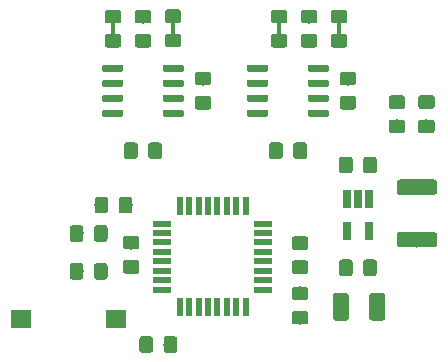
<source format=gbr>
G04 #@! TF.GenerationSoftware,KiCad,Pcbnew,(5.1.4)-1*
G04 #@! TF.CreationDate,2020-02-18T11:24:00+01:00*
G04 #@! TF.ProjectId,HB-UNI-Sen-TEMP-MAX6675,48422d55-4e49-42d5-9365-6e2d54454d50,rev?*
G04 #@! TF.SameCoordinates,Original*
G04 #@! TF.FileFunction,Paste,Top*
G04 #@! TF.FilePolarity,Positive*
%FSLAX46Y46*%
G04 Gerber Fmt 4.6, Leading zero omitted, Abs format (unit mm)*
G04 Created by KiCad (PCBNEW (5.1.4)-1) date 2020-02-18 11:24:00*
%MOMM*%
%LPD*%
G04 APERTURE LIST*
%ADD10C,0.100000*%
%ADD11C,0.600000*%
%ADD12R,0.650000X1.560000*%
%ADD13R,1.800000X1.500000*%
%ADD14C,1.150000*%
%ADD15C,1.325000*%
%ADD16C,1.300000*%
%ADD17R,0.550000X1.600000*%
%ADD18R,1.600000X0.550000*%
%ADD19R,0.300000X1.524000*%
G04 APERTURE END LIST*
D10*
G36*
X164534703Y-87711722D02*
G01*
X164549264Y-87713882D01*
X164563543Y-87717459D01*
X164577403Y-87722418D01*
X164590710Y-87728712D01*
X164603336Y-87736280D01*
X164615159Y-87745048D01*
X164626066Y-87754934D01*
X164635952Y-87765841D01*
X164644720Y-87777664D01*
X164652288Y-87790290D01*
X164658582Y-87803597D01*
X164663541Y-87817457D01*
X164667118Y-87831736D01*
X164669278Y-87846297D01*
X164670000Y-87861000D01*
X164670000Y-88161000D01*
X164669278Y-88175703D01*
X164667118Y-88190264D01*
X164663541Y-88204543D01*
X164658582Y-88218403D01*
X164652288Y-88231710D01*
X164644720Y-88244336D01*
X164635952Y-88256159D01*
X164626066Y-88267066D01*
X164615159Y-88276952D01*
X164603336Y-88285720D01*
X164590710Y-88293288D01*
X164577403Y-88299582D01*
X164563543Y-88304541D01*
X164549264Y-88308118D01*
X164534703Y-88310278D01*
X164520000Y-88311000D01*
X163070000Y-88311000D01*
X163055297Y-88310278D01*
X163040736Y-88308118D01*
X163026457Y-88304541D01*
X163012597Y-88299582D01*
X162999290Y-88293288D01*
X162986664Y-88285720D01*
X162974841Y-88276952D01*
X162963934Y-88267066D01*
X162954048Y-88256159D01*
X162945280Y-88244336D01*
X162937712Y-88231710D01*
X162931418Y-88218403D01*
X162926459Y-88204543D01*
X162922882Y-88190264D01*
X162920722Y-88175703D01*
X162920000Y-88161000D01*
X162920000Y-87861000D01*
X162920722Y-87846297D01*
X162922882Y-87831736D01*
X162926459Y-87817457D01*
X162931418Y-87803597D01*
X162937712Y-87790290D01*
X162945280Y-87777664D01*
X162954048Y-87765841D01*
X162963934Y-87754934D01*
X162974841Y-87745048D01*
X162986664Y-87736280D01*
X162999290Y-87728712D01*
X163012597Y-87722418D01*
X163026457Y-87717459D01*
X163040736Y-87713882D01*
X163055297Y-87711722D01*
X163070000Y-87711000D01*
X164520000Y-87711000D01*
X164534703Y-87711722D01*
X164534703Y-87711722D01*
G37*
D11*
X163795000Y-88011000D03*
D10*
G36*
X164534703Y-86441722D02*
G01*
X164549264Y-86443882D01*
X164563543Y-86447459D01*
X164577403Y-86452418D01*
X164590710Y-86458712D01*
X164603336Y-86466280D01*
X164615159Y-86475048D01*
X164626066Y-86484934D01*
X164635952Y-86495841D01*
X164644720Y-86507664D01*
X164652288Y-86520290D01*
X164658582Y-86533597D01*
X164663541Y-86547457D01*
X164667118Y-86561736D01*
X164669278Y-86576297D01*
X164670000Y-86591000D01*
X164670000Y-86891000D01*
X164669278Y-86905703D01*
X164667118Y-86920264D01*
X164663541Y-86934543D01*
X164658582Y-86948403D01*
X164652288Y-86961710D01*
X164644720Y-86974336D01*
X164635952Y-86986159D01*
X164626066Y-86997066D01*
X164615159Y-87006952D01*
X164603336Y-87015720D01*
X164590710Y-87023288D01*
X164577403Y-87029582D01*
X164563543Y-87034541D01*
X164549264Y-87038118D01*
X164534703Y-87040278D01*
X164520000Y-87041000D01*
X163070000Y-87041000D01*
X163055297Y-87040278D01*
X163040736Y-87038118D01*
X163026457Y-87034541D01*
X163012597Y-87029582D01*
X162999290Y-87023288D01*
X162986664Y-87015720D01*
X162974841Y-87006952D01*
X162963934Y-86997066D01*
X162954048Y-86986159D01*
X162945280Y-86974336D01*
X162937712Y-86961710D01*
X162931418Y-86948403D01*
X162926459Y-86934543D01*
X162922882Y-86920264D01*
X162920722Y-86905703D01*
X162920000Y-86891000D01*
X162920000Y-86591000D01*
X162920722Y-86576297D01*
X162922882Y-86561736D01*
X162926459Y-86547457D01*
X162931418Y-86533597D01*
X162937712Y-86520290D01*
X162945280Y-86507664D01*
X162954048Y-86495841D01*
X162963934Y-86484934D01*
X162974841Y-86475048D01*
X162986664Y-86466280D01*
X162999290Y-86458712D01*
X163012597Y-86452418D01*
X163026457Y-86447459D01*
X163040736Y-86443882D01*
X163055297Y-86441722D01*
X163070000Y-86441000D01*
X164520000Y-86441000D01*
X164534703Y-86441722D01*
X164534703Y-86441722D01*
G37*
D11*
X163795000Y-86741000D03*
D10*
G36*
X164534703Y-85171722D02*
G01*
X164549264Y-85173882D01*
X164563543Y-85177459D01*
X164577403Y-85182418D01*
X164590710Y-85188712D01*
X164603336Y-85196280D01*
X164615159Y-85205048D01*
X164626066Y-85214934D01*
X164635952Y-85225841D01*
X164644720Y-85237664D01*
X164652288Y-85250290D01*
X164658582Y-85263597D01*
X164663541Y-85277457D01*
X164667118Y-85291736D01*
X164669278Y-85306297D01*
X164670000Y-85321000D01*
X164670000Y-85621000D01*
X164669278Y-85635703D01*
X164667118Y-85650264D01*
X164663541Y-85664543D01*
X164658582Y-85678403D01*
X164652288Y-85691710D01*
X164644720Y-85704336D01*
X164635952Y-85716159D01*
X164626066Y-85727066D01*
X164615159Y-85736952D01*
X164603336Y-85745720D01*
X164590710Y-85753288D01*
X164577403Y-85759582D01*
X164563543Y-85764541D01*
X164549264Y-85768118D01*
X164534703Y-85770278D01*
X164520000Y-85771000D01*
X163070000Y-85771000D01*
X163055297Y-85770278D01*
X163040736Y-85768118D01*
X163026457Y-85764541D01*
X163012597Y-85759582D01*
X162999290Y-85753288D01*
X162986664Y-85745720D01*
X162974841Y-85736952D01*
X162963934Y-85727066D01*
X162954048Y-85716159D01*
X162945280Y-85704336D01*
X162937712Y-85691710D01*
X162931418Y-85678403D01*
X162926459Y-85664543D01*
X162922882Y-85650264D01*
X162920722Y-85635703D01*
X162920000Y-85621000D01*
X162920000Y-85321000D01*
X162920722Y-85306297D01*
X162922882Y-85291736D01*
X162926459Y-85277457D01*
X162931418Y-85263597D01*
X162937712Y-85250290D01*
X162945280Y-85237664D01*
X162954048Y-85225841D01*
X162963934Y-85214934D01*
X162974841Y-85205048D01*
X162986664Y-85196280D01*
X162999290Y-85188712D01*
X163012597Y-85182418D01*
X163026457Y-85177459D01*
X163040736Y-85173882D01*
X163055297Y-85171722D01*
X163070000Y-85171000D01*
X164520000Y-85171000D01*
X164534703Y-85171722D01*
X164534703Y-85171722D01*
G37*
D11*
X163795000Y-85471000D03*
D10*
G36*
X164534703Y-83901722D02*
G01*
X164549264Y-83903882D01*
X164563543Y-83907459D01*
X164577403Y-83912418D01*
X164590710Y-83918712D01*
X164603336Y-83926280D01*
X164615159Y-83935048D01*
X164626066Y-83944934D01*
X164635952Y-83955841D01*
X164644720Y-83967664D01*
X164652288Y-83980290D01*
X164658582Y-83993597D01*
X164663541Y-84007457D01*
X164667118Y-84021736D01*
X164669278Y-84036297D01*
X164670000Y-84051000D01*
X164670000Y-84351000D01*
X164669278Y-84365703D01*
X164667118Y-84380264D01*
X164663541Y-84394543D01*
X164658582Y-84408403D01*
X164652288Y-84421710D01*
X164644720Y-84434336D01*
X164635952Y-84446159D01*
X164626066Y-84457066D01*
X164615159Y-84466952D01*
X164603336Y-84475720D01*
X164590710Y-84483288D01*
X164577403Y-84489582D01*
X164563543Y-84494541D01*
X164549264Y-84498118D01*
X164534703Y-84500278D01*
X164520000Y-84501000D01*
X163070000Y-84501000D01*
X163055297Y-84500278D01*
X163040736Y-84498118D01*
X163026457Y-84494541D01*
X163012597Y-84489582D01*
X162999290Y-84483288D01*
X162986664Y-84475720D01*
X162974841Y-84466952D01*
X162963934Y-84457066D01*
X162954048Y-84446159D01*
X162945280Y-84434336D01*
X162937712Y-84421710D01*
X162931418Y-84408403D01*
X162926459Y-84394543D01*
X162922882Y-84380264D01*
X162920722Y-84365703D01*
X162920000Y-84351000D01*
X162920000Y-84051000D01*
X162920722Y-84036297D01*
X162922882Y-84021736D01*
X162926459Y-84007457D01*
X162931418Y-83993597D01*
X162937712Y-83980290D01*
X162945280Y-83967664D01*
X162954048Y-83955841D01*
X162963934Y-83944934D01*
X162974841Y-83935048D01*
X162986664Y-83926280D01*
X162999290Y-83918712D01*
X163012597Y-83912418D01*
X163026457Y-83907459D01*
X163040736Y-83903882D01*
X163055297Y-83901722D01*
X163070000Y-83901000D01*
X164520000Y-83901000D01*
X164534703Y-83901722D01*
X164534703Y-83901722D01*
G37*
D11*
X163795000Y-84201000D03*
D10*
G36*
X169684703Y-83901722D02*
G01*
X169699264Y-83903882D01*
X169713543Y-83907459D01*
X169727403Y-83912418D01*
X169740710Y-83918712D01*
X169753336Y-83926280D01*
X169765159Y-83935048D01*
X169776066Y-83944934D01*
X169785952Y-83955841D01*
X169794720Y-83967664D01*
X169802288Y-83980290D01*
X169808582Y-83993597D01*
X169813541Y-84007457D01*
X169817118Y-84021736D01*
X169819278Y-84036297D01*
X169820000Y-84051000D01*
X169820000Y-84351000D01*
X169819278Y-84365703D01*
X169817118Y-84380264D01*
X169813541Y-84394543D01*
X169808582Y-84408403D01*
X169802288Y-84421710D01*
X169794720Y-84434336D01*
X169785952Y-84446159D01*
X169776066Y-84457066D01*
X169765159Y-84466952D01*
X169753336Y-84475720D01*
X169740710Y-84483288D01*
X169727403Y-84489582D01*
X169713543Y-84494541D01*
X169699264Y-84498118D01*
X169684703Y-84500278D01*
X169670000Y-84501000D01*
X168220000Y-84501000D01*
X168205297Y-84500278D01*
X168190736Y-84498118D01*
X168176457Y-84494541D01*
X168162597Y-84489582D01*
X168149290Y-84483288D01*
X168136664Y-84475720D01*
X168124841Y-84466952D01*
X168113934Y-84457066D01*
X168104048Y-84446159D01*
X168095280Y-84434336D01*
X168087712Y-84421710D01*
X168081418Y-84408403D01*
X168076459Y-84394543D01*
X168072882Y-84380264D01*
X168070722Y-84365703D01*
X168070000Y-84351000D01*
X168070000Y-84051000D01*
X168070722Y-84036297D01*
X168072882Y-84021736D01*
X168076459Y-84007457D01*
X168081418Y-83993597D01*
X168087712Y-83980290D01*
X168095280Y-83967664D01*
X168104048Y-83955841D01*
X168113934Y-83944934D01*
X168124841Y-83935048D01*
X168136664Y-83926280D01*
X168149290Y-83918712D01*
X168162597Y-83912418D01*
X168176457Y-83907459D01*
X168190736Y-83903882D01*
X168205297Y-83901722D01*
X168220000Y-83901000D01*
X169670000Y-83901000D01*
X169684703Y-83901722D01*
X169684703Y-83901722D01*
G37*
D11*
X168945000Y-84201000D03*
D10*
G36*
X169684703Y-85171722D02*
G01*
X169699264Y-85173882D01*
X169713543Y-85177459D01*
X169727403Y-85182418D01*
X169740710Y-85188712D01*
X169753336Y-85196280D01*
X169765159Y-85205048D01*
X169776066Y-85214934D01*
X169785952Y-85225841D01*
X169794720Y-85237664D01*
X169802288Y-85250290D01*
X169808582Y-85263597D01*
X169813541Y-85277457D01*
X169817118Y-85291736D01*
X169819278Y-85306297D01*
X169820000Y-85321000D01*
X169820000Y-85621000D01*
X169819278Y-85635703D01*
X169817118Y-85650264D01*
X169813541Y-85664543D01*
X169808582Y-85678403D01*
X169802288Y-85691710D01*
X169794720Y-85704336D01*
X169785952Y-85716159D01*
X169776066Y-85727066D01*
X169765159Y-85736952D01*
X169753336Y-85745720D01*
X169740710Y-85753288D01*
X169727403Y-85759582D01*
X169713543Y-85764541D01*
X169699264Y-85768118D01*
X169684703Y-85770278D01*
X169670000Y-85771000D01*
X168220000Y-85771000D01*
X168205297Y-85770278D01*
X168190736Y-85768118D01*
X168176457Y-85764541D01*
X168162597Y-85759582D01*
X168149290Y-85753288D01*
X168136664Y-85745720D01*
X168124841Y-85736952D01*
X168113934Y-85727066D01*
X168104048Y-85716159D01*
X168095280Y-85704336D01*
X168087712Y-85691710D01*
X168081418Y-85678403D01*
X168076459Y-85664543D01*
X168072882Y-85650264D01*
X168070722Y-85635703D01*
X168070000Y-85621000D01*
X168070000Y-85321000D01*
X168070722Y-85306297D01*
X168072882Y-85291736D01*
X168076459Y-85277457D01*
X168081418Y-85263597D01*
X168087712Y-85250290D01*
X168095280Y-85237664D01*
X168104048Y-85225841D01*
X168113934Y-85214934D01*
X168124841Y-85205048D01*
X168136664Y-85196280D01*
X168149290Y-85188712D01*
X168162597Y-85182418D01*
X168176457Y-85177459D01*
X168190736Y-85173882D01*
X168205297Y-85171722D01*
X168220000Y-85171000D01*
X169670000Y-85171000D01*
X169684703Y-85171722D01*
X169684703Y-85171722D01*
G37*
D11*
X168945000Y-85471000D03*
D10*
G36*
X169684703Y-86441722D02*
G01*
X169699264Y-86443882D01*
X169713543Y-86447459D01*
X169727403Y-86452418D01*
X169740710Y-86458712D01*
X169753336Y-86466280D01*
X169765159Y-86475048D01*
X169776066Y-86484934D01*
X169785952Y-86495841D01*
X169794720Y-86507664D01*
X169802288Y-86520290D01*
X169808582Y-86533597D01*
X169813541Y-86547457D01*
X169817118Y-86561736D01*
X169819278Y-86576297D01*
X169820000Y-86591000D01*
X169820000Y-86891000D01*
X169819278Y-86905703D01*
X169817118Y-86920264D01*
X169813541Y-86934543D01*
X169808582Y-86948403D01*
X169802288Y-86961710D01*
X169794720Y-86974336D01*
X169785952Y-86986159D01*
X169776066Y-86997066D01*
X169765159Y-87006952D01*
X169753336Y-87015720D01*
X169740710Y-87023288D01*
X169727403Y-87029582D01*
X169713543Y-87034541D01*
X169699264Y-87038118D01*
X169684703Y-87040278D01*
X169670000Y-87041000D01*
X168220000Y-87041000D01*
X168205297Y-87040278D01*
X168190736Y-87038118D01*
X168176457Y-87034541D01*
X168162597Y-87029582D01*
X168149290Y-87023288D01*
X168136664Y-87015720D01*
X168124841Y-87006952D01*
X168113934Y-86997066D01*
X168104048Y-86986159D01*
X168095280Y-86974336D01*
X168087712Y-86961710D01*
X168081418Y-86948403D01*
X168076459Y-86934543D01*
X168072882Y-86920264D01*
X168070722Y-86905703D01*
X168070000Y-86891000D01*
X168070000Y-86591000D01*
X168070722Y-86576297D01*
X168072882Y-86561736D01*
X168076459Y-86547457D01*
X168081418Y-86533597D01*
X168087712Y-86520290D01*
X168095280Y-86507664D01*
X168104048Y-86495841D01*
X168113934Y-86484934D01*
X168124841Y-86475048D01*
X168136664Y-86466280D01*
X168149290Y-86458712D01*
X168162597Y-86452418D01*
X168176457Y-86447459D01*
X168190736Y-86443882D01*
X168205297Y-86441722D01*
X168220000Y-86441000D01*
X169670000Y-86441000D01*
X169684703Y-86441722D01*
X169684703Y-86441722D01*
G37*
D11*
X168945000Y-86741000D03*
D10*
G36*
X169684703Y-87711722D02*
G01*
X169699264Y-87713882D01*
X169713543Y-87717459D01*
X169727403Y-87722418D01*
X169740710Y-87728712D01*
X169753336Y-87736280D01*
X169765159Y-87745048D01*
X169776066Y-87754934D01*
X169785952Y-87765841D01*
X169794720Y-87777664D01*
X169802288Y-87790290D01*
X169808582Y-87803597D01*
X169813541Y-87817457D01*
X169817118Y-87831736D01*
X169819278Y-87846297D01*
X169820000Y-87861000D01*
X169820000Y-88161000D01*
X169819278Y-88175703D01*
X169817118Y-88190264D01*
X169813541Y-88204543D01*
X169808582Y-88218403D01*
X169802288Y-88231710D01*
X169794720Y-88244336D01*
X169785952Y-88256159D01*
X169776066Y-88267066D01*
X169765159Y-88276952D01*
X169753336Y-88285720D01*
X169740710Y-88293288D01*
X169727403Y-88299582D01*
X169713543Y-88304541D01*
X169699264Y-88308118D01*
X169684703Y-88310278D01*
X169670000Y-88311000D01*
X168220000Y-88311000D01*
X168205297Y-88310278D01*
X168190736Y-88308118D01*
X168176457Y-88304541D01*
X168162597Y-88299582D01*
X168149290Y-88293288D01*
X168136664Y-88285720D01*
X168124841Y-88276952D01*
X168113934Y-88267066D01*
X168104048Y-88256159D01*
X168095280Y-88244336D01*
X168087712Y-88231710D01*
X168081418Y-88218403D01*
X168076459Y-88204543D01*
X168072882Y-88190264D01*
X168070722Y-88175703D01*
X168070000Y-88161000D01*
X168070000Y-87861000D01*
X168070722Y-87846297D01*
X168072882Y-87831736D01*
X168076459Y-87817457D01*
X168081418Y-87803597D01*
X168087712Y-87790290D01*
X168095280Y-87777664D01*
X168104048Y-87765841D01*
X168113934Y-87754934D01*
X168124841Y-87745048D01*
X168136664Y-87736280D01*
X168149290Y-87728712D01*
X168162597Y-87722418D01*
X168176457Y-87717459D01*
X168190736Y-87713882D01*
X168205297Y-87711722D01*
X168220000Y-87711000D01*
X169670000Y-87711000D01*
X169684703Y-87711722D01*
X169684703Y-87711722D01*
G37*
D11*
X168945000Y-88011000D03*
D10*
G36*
X152264703Y-87711722D02*
G01*
X152279264Y-87713882D01*
X152293543Y-87717459D01*
X152307403Y-87722418D01*
X152320710Y-87728712D01*
X152333336Y-87736280D01*
X152345159Y-87745048D01*
X152356066Y-87754934D01*
X152365952Y-87765841D01*
X152374720Y-87777664D01*
X152382288Y-87790290D01*
X152388582Y-87803597D01*
X152393541Y-87817457D01*
X152397118Y-87831736D01*
X152399278Y-87846297D01*
X152400000Y-87861000D01*
X152400000Y-88161000D01*
X152399278Y-88175703D01*
X152397118Y-88190264D01*
X152393541Y-88204543D01*
X152388582Y-88218403D01*
X152382288Y-88231710D01*
X152374720Y-88244336D01*
X152365952Y-88256159D01*
X152356066Y-88267066D01*
X152345159Y-88276952D01*
X152333336Y-88285720D01*
X152320710Y-88293288D01*
X152307403Y-88299582D01*
X152293543Y-88304541D01*
X152279264Y-88308118D01*
X152264703Y-88310278D01*
X152250000Y-88311000D01*
X150800000Y-88311000D01*
X150785297Y-88310278D01*
X150770736Y-88308118D01*
X150756457Y-88304541D01*
X150742597Y-88299582D01*
X150729290Y-88293288D01*
X150716664Y-88285720D01*
X150704841Y-88276952D01*
X150693934Y-88267066D01*
X150684048Y-88256159D01*
X150675280Y-88244336D01*
X150667712Y-88231710D01*
X150661418Y-88218403D01*
X150656459Y-88204543D01*
X150652882Y-88190264D01*
X150650722Y-88175703D01*
X150650000Y-88161000D01*
X150650000Y-87861000D01*
X150650722Y-87846297D01*
X150652882Y-87831736D01*
X150656459Y-87817457D01*
X150661418Y-87803597D01*
X150667712Y-87790290D01*
X150675280Y-87777664D01*
X150684048Y-87765841D01*
X150693934Y-87754934D01*
X150704841Y-87745048D01*
X150716664Y-87736280D01*
X150729290Y-87728712D01*
X150742597Y-87722418D01*
X150756457Y-87717459D01*
X150770736Y-87713882D01*
X150785297Y-87711722D01*
X150800000Y-87711000D01*
X152250000Y-87711000D01*
X152264703Y-87711722D01*
X152264703Y-87711722D01*
G37*
D11*
X151525000Y-88011000D03*
D10*
G36*
X152264703Y-86441722D02*
G01*
X152279264Y-86443882D01*
X152293543Y-86447459D01*
X152307403Y-86452418D01*
X152320710Y-86458712D01*
X152333336Y-86466280D01*
X152345159Y-86475048D01*
X152356066Y-86484934D01*
X152365952Y-86495841D01*
X152374720Y-86507664D01*
X152382288Y-86520290D01*
X152388582Y-86533597D01*
X152393541Y-86547457D01*
X152397118Y-86561736D01*
X152399278Y-86576297D01*
X152400000Y-86591000D01*
X152400000Y-86891000D01*
X152399278Y-86905703D01*
X152397118Y-86920264D01*
X152393541Y-86934543D01*
X152388582Y-86948403D01*
X152382288Y-86961710D01*
X152374720Y-86974336D01*
X152365952Y-86986159D01*
X152356066Y-86997066D01*
X152345159Y-87006952D01*
X152333336Y-87015720D01*
X152320710Y-87023288D01*
X152307403Y-87029582D01*
X152293543Y-87034541D01*
X152279264Y-87038118D01*
X152264703Y-87040278D01*
X152250000Y-87041000D01*
X150800000Y-87041000D01*
X150785297Y-87040278D01*
X150770736Y-87038118D01*
X150756457Y-87034541D01*
X150742597Y-87029582D01*
X150729290Y-87023288D01*
X150716664Y-87015720D01*
X150704841Y-87006952D01*
X150693934Y-86997066D01*
X150684048Y-86986159D01*
X150675280Y-86974336D01*
X150667712Y-86961710D01*
X150661418Y-86948403D01*
X150656459Y-86934543D01*
X150652882Y-86920264D01*
X150650722Y-86905703D01*
X150650000Y-86891000D01*
X150650000Y-86591000D01*
X150650722Y-86576297D01*
X150652882Y-86561736D01*
X150656459Y-86547457D01*
X150661418Y-86533597D01*
X150667712Y-86520290D01*
X150675280Y-86507664D01*
X150684048Y-86495841D01*
X150693934Y-86484934D01*
X150704841Y-86475048D01*
X150716664Y-86466280D01*
X150729290Y-86458712D01*
X150742597Y-86452418D01*
X150756457Y-86447459D01*
X150770736Y-86443882D01*
X150785297Y-86441722D01*
X150800000Y-86441000D01*
X152250000Y-86441000D01*
X152264703Y-86441722D01*
X152264703Y-86441722D01*
G37*
D11*
X151525000Y-86741000D03*
D10*
G36*
X152264703Y-85171722D02*
G01*
X152279264Y-85173882D01*
X152293543Y-85177459D01*
X152307403Y-85182418D01*
X152320710Y-85188712D01*
X152333336Y-85196280D01*
X152345159Y-85205048D01*
X152356066Y-85214934D01*
X152365952Y-85225841D01*
X152374720Y-85237664D01*
X152382288Y-85250290D01*
X152388582Y-85263597D01*
X152393541Y-85277457D01*
X152397118Y-85291736D01*
X152399278Y-85306297D01*
X152400000Y-85321000D01*
X152400000Y-85621000D01*
X152399278Y-85635703D01*
X152397118Y-85650264D01*
X152393541Y-85664543D01*
X152388582Y-85678403D01*
X152382288Y-85691710D01*
X152374720Y-85704336D01*
X152365952Y-85716159D01*
X152356066Y-85727066D01*
X152345159Y-85736952D01*
X152333336Y-85745720D01*
X152320710Y-85753288D01*
X152307403Y-85759582D01*
X152293543Y-85764541D01*
X152279264Y-85768118D01*
X152264703Y-85770278D01*
X152250000Y-85771000D01*
X150800000Y-85771000D01*
X150785297Y-85770278D01*
X150770736Y-85768118D01*
X150756457Y-85764541D01*
X150742597Y-85759582D01*
X150729290Y-85753288D01*
X150716664Y-85745720D01*
X150704841Y-85736952D01*
X150693934Y-85727066D01*
X150684048Y-85716159D01*
X150675280Y-85704336D01*
X150667712Y-85691710D01*
X150661418Y-85678403D01*
X150656459Y-85664543D01*
X150652882Y-85650264D01*
X150650722Y-85635703D01*
X150650000Y-85621000D01*
X150650000Y-85321000D01*
X150650722Y-85306297D01*
X150652882Y-85291736D01*
X150656459Y-85277457D01*
X150661418Y-85263597D01*
X150667712Y-85250290D01*
X150675280Y-85237664D01*
X150684048Y-85225841D01*
X150693934Y-85214934D01*
X150704841Y-85205048D01*
X150716664Y-85196280D01*
X150729290Y-85188712D01*
X150742597Y-85182418D01*
X150756457Y-85177459D01*
X150770736Y-85173882D01*
X150785297Y-85171722D01*
X150800000Y-85171000D01*
X152250000Y-85171000D01*
X152264703Y-85171722D01*
X152264703Y-85171722D01*
G37*
D11*
X151525000Y-85471000D03*
D10*
G36*
X152264703Y-83901722D02*
G01*
X152279264Y-83903882D01*
X152293543Y-83907459D01*
X152307403Y-83912418D01*
X152320710Y-83918712D01*
X152333336Y-83926280D01*
X152345159Y-83935048D01*
X152356066Y-83944934D01*
X152365952Y-83955841D01*
X152374720Y-83967664D01*
X152382288Y-83980290D01*
X152388582Y-83993597D01*
X152393541Y-84007457D01*
X152397118Y-84021736D01*
X152399278Y-84036297D01*
X152400000Y-84051000D01*
X152400000Y-84351000D01*
X152399278Y-84365703D01*
X152397118Y-84380264D01*
X152393541Y-84394543D01*
X152388582Y-84408403D01*
X152382288Y-84421710D01*
X152374720Y-84434336D01*
X152365952Y-84446159D01*
X152356066Y-84457066D01*
X152345159Y-84466952D01*
X152333336Y-84475720D01*
X152320710Y-84483288D01*
X152307403Y-84489582D01*
X152293543Y-84494541D01*
X152279264Y-84498118D01*
X152264703Y-84500278D01*
X152250000Y-84501000D01*
X150800000Y-84501000D01*
X150785297Y-84500278D01*
X150770736Y-84498118D01*
X150756457Y-84494541D01*
X150742597Y-84489582D01*
X150729290Y-84483288D01*
X150716664Y-84475720D01*
X150704841Y-84466952D01*
X150693934Y-84457066D01*
X150684048Y-84446159D01*
X150675280Y-84434336D01*
X150667712Y-84421710D01*
X150661418Y-84408403D01*
X150656459Y-84394543D01*
X150652882Y-84380264D01*
X150650722Y-84365703D01*
X150650000Y-84351000D01*
X150650000Y-84051000D01*
X150650722Y-84036297D01*
X150652882Y-84021736D01*
X150656459Y-84007457D01*
X150661418Y-83993597D01*
X150667712Y-83980290D01*
X150675280Y-83967664D01*
X150684048Y-83955841D01*
X150693934Y-83944934D01*
X150704841Y-83935048D01*
X150716664Y-83926280D01*
X150729290Y-83918712D01*
X150742597Y-83912418D01*
X150756457Y-83907459D01*
X150770736Y-83903882D01*
X150785297Y-83901722D01*
X150800000Y-83901000D01*
X152250000Y-83901000D01*
X152264703Y-83901722D01*
X152264703Y-83901722D01*
G37*
D11*
X151525000Y-84201000D03*
D10*
G36*
X157414703Y-83901722D02*
G01*
X157429264Y-83903882D01*
X157443543Y-83907459D01*
X157457403Y-83912418D01*
X157470710Y-83918712D01*
X157483336Y-83926280D01*
X157495159Y-83935048D01*
X157506066Y-83944934D01*
X157515952Y-83955841D01*
X157524720Y-83967664D01*
X157532288Y-83980290D01*
X157538582Y-83993597D01*
X157543541Y-84007457D01*
X157547118Y-84021736D01*
X157549278Y-84036297D01*
X157550000Y-84051000D01*
X157550000Y-84351000D01*
X157549278Y-84365703D01*
X157547118Y-84380264D01*
X157543541Y-84394543D01*
X157538582Y-84408403D01*
X157532288Y-84421710D01*
X157524720Y-84434336D01*
X157515952Y-84446159D01*
X157506066Y-84457066D01*
X157495159Y-84466952D01*
X157483336Y-84475720D01*
X157470710Y-84483288D01*
X157457403Y-84489582D01*
X157443543Y-84494541D01*
X157429264Y-84498118D01*
X157414703Y-84500278D01*
X157400000Y-84501000D01*
X155950000Y-84501000D01*
X155935297Y-84500278D01*
X155920736Y-84498118D01*
X155906457Y-84494541D01*
X155892597Y-84489582D01*
X155879290Y-84483288D01*
X155866664Y-84475720D01*
X155854841Y-84466952D01*
X155843934Y-84457066D01*
X155834048Y-84446159D01*
X155825280Y-84434336D01*
X155817712Y-84421710D01*
X155811418Y-84408403D01*
X155806459Y-84394543D01*
X155802882Y-84380264D01*
X155800722Y-84365703D01*
X155800000Y-84351000D01*
X155800000Y-84051000D01*
X155800722Y-84036297D01*
X155802882Y-84021736D01*
X155806459Y-84007457D01*
X155811418Y-83993597D01*
X155817712Y-83980290D01*
X155825280Y-83967664D01*
X155834048Y-83955841D01*
X155843934Y-83944934D01*
X155854841Y-83935048D01*
X155866664Y-83926280D01*
X155879290Y-83918712D01*
X155892597Y-83912418D01*
X155906457Y-83907459D01*
X155920736Y-83903882D01*
X155935297Y-83901722D01*
X155950000Y-83901000D01*
X157400000Y-83901000D01*
X157414703Y-83901722D01*
X157414703Y-83901722D01*
G37*
D11*
X156675000Y-84201000D03*
D10*
G36*
X157414703Y-85171722D02*
G01*
X157429264Y-85173882D01*
X157443543Y-85177459D01*
X157457403Y-85182418D01*
X157470710Y-85188712D01*
X157483336Y-85196280D01*
X157495159Y-85205048D01*
X157506066Y-85214934D01*
X157515952Y-85225841D01*
X157524720Y-85237664D01*
X157532288Y-85250290D01*
X157538582Y-85263597D01*
X157543541Y-85277457D01*
X157547118Y-85291736D01*
X157549278Y-85306297D01*
X157550000Y-85321000D01*
X157550000Y-85621000D01*
X157549278Y-85635703D01*
X157547118Y-85650264D01*
X157543541Y-85664543D01*
X157538582Y-85678403D01*
X157532288Y-85691710D01*
X157524720Y-85704336D01*
X157515952Y-85716159D01*
X157506066Y-85727066D01*
X157495159Y-85736952D01*
X157483336Y-85745720D01*
X157470710Y-85753288D01*
X157457403Y-85759582D01*
X157443543Y-85764541D01*
X157429264Y-85768118D01*
X157414703Y-85770278D01*
X157400000Y-85771000D01*
X155950000Y-85771000D01*
X155935297Y-85770278D01*
X155920736Y-85768118D01*
X155906457Y-85764541D01*
X155892597Y-85759582D01*
X155879290Y-85753288D01*
X155866664Y-85745720D01*
X155854841Y-85736952D01*
X155843934Y-85727066D01*
X155834048Y-85716159D01*
X155825280Y-85704336D01*
X155817712Y-85691710D01*
X155811418Y-85678403D01*
X155806459Y-85664543D01*
X155802882Y-85650264D01*
X155800722Y-85635703D01*
X155800000Y-85621000D01*
X155800000Y-85321000D01*
X155800722Y-85306297D01*
X155802882Y-85291736D01*
X155806459Y-85277457D01*
X155811418Y-85263597D01*
X155817712Y-85250290D01*
X155825280Y-85237664D01*
X155834048Y-85225841D01*
X155843934Y-85214934D01*
X155854841Y-85205048D01*
X155866664Y-85196280D01*
X155879290Y-85188712D01*
X155892597Y-85182418D01*
X155906457Y-85177459D01*
X155920736Y-85173882D01*
X155935297Y-85171722D01*
X155950000Y-85171000D01*
X157400000Y-85171000D01*
X157414703Y-85171722D01*
X157414703Y-85171722D01*
G37*
D11*
X156675000Y-85471000D03*
D10*
G36*
X157414703Y-86441722D02*
G01*
X157429264Y-86443882D01*
X157443543Y-86447459D01*
X157457403Y-86452418D01*
X157470710Y-86458712D01*
X157483336Y-86466280D01*
X157495159Y-86475048D01*
X157506066Y-86484934D01*
X157515952Y-86495841D01*
X157524720Y-86507664D01*
X157532288Y-86520290D01*
X157538582Y-86533597D01*
X157543541Y-86547457D01*
X157547118Y-86561736D01*
X157549278Y-86576297D01*
X157550000Y-86591000D01*
X157550000Y-86891000D01*
X157549278Y-86905703D01*
X157547118Y-86920264D01*
X157543541Y-86934543D01*
X157538582Y-86948403D01*
X157532288Y-86961710D01*
X157524720Y-86974336D01*
X157515952Y-86986159D01*
X157506066Y-86997066D01*
X157495159Y-87006952D01*
X157483336Y-87015720D01*
X157470710Y-87023288D01*
X157457403Y-87029582D01*
X157443543Y-87034541D01*
X157429264Y-87038118D01*
X157414703Y-87040278D01*
X157400000Y-87041000D01*
X155950000Y-87041000D01*
X155935297Y-87040278D01*
X155920736Y-87038118D01*
X155906457Y-87034541D01*
X155892597Y-87029582D01*
X155879290Y-87023288D01*
X155866664Y-87015720D01*
X155854841Y-87006952D01*
X155843934Y-86997066D01*
X155834048Y-86986159D01*
X155825280Y-86974336D01*
X155817712Y-86961710D01*
X155811418Y-86948403D01*
X155806459Y-86934543D01*
X155802882Y-86920264D01*
X155800722Y-86905703D01*
X155800000Y-86891000D01*
X155800000Y-86591000D01*
X155800722Y-86576297D01*
X155802882Y-86561736D01*
X155806459Y-86547457D01*
X155811418Y-86533597D01*
X155817712Y-86520290D01*
X155825280Y-86507664D01*
X155834048Y-86495841D01*
X155843934Y-86484934D01*
X155854841Y-86475048D01*
X155866664Y-86466280D01*
X155879290Y-86458712D01*
X155892597Y-86452418D01*
X155906457Y-86447459D01*
X155920736Y-86443882D01*
X155935297Y-86441722D01*
X155950000Y-86441000D01*
X157400000Y-86441000D01*
X157414703Y-86441722D01*
X157414703Y-86441722D01*
G37*
D11*
X156675000Y-86741000D03*
D10*
G36*
X157414703Y-87711722D02*
G01*
X157429264Y-87713882D01*
X157443543Y-87717459D01*
X157457403Y-87722418D01*
X157470710Y-87728712D01*
X157483336Y-87736280D01*
X157495159Y-87745048D01*
X157506066Y-87754934D01*
X157515952Y-87765841D01*
X157524720Y-87777664D01*
X157532288Y-87790290D01*
X157538582Y-87803597D01*
X157543541Y-87817457D01*
X157547118Y-87831736D01*
X157549278Y-87846297D01*
X157550000Y-87861000D01*
X157550000Y-88161000D01*
X157549278Y-88175703D01*
X157547118Y-88190264D01*
X157543541Y-88204543D01*
X157538582Y-88218403D01*
X157532288Y-88231710D01*
X157524720Y-88244336D01*
X157515952Y-88256159D01*
X157506066Y-88267066D01*
X157495159Y-88276952D01*
X157483336Y-88285720D01*
X157470710Y-88293288D01*
X157457403Y-88299582D01*
X157443543Y-88304541D01*
X157429264Y-88308118D01*
X157414703Y-88310278D01*
X157400000Y-88311000D01*
X155950000Y-88311000D01*
X155935297Y-88310278D01*
X155920736Y-88308118D01*
X155906457Y-88304541D01*
X155892597Y-88299582D01*
X155879290Y-88293288D01*
X155866664Y-88285720D01*
X155854841Y-88276952D01*
X155843934Y-88267066D01*
X155834048Y-88256159D01*
X155825280Y-88244336D01*
X155817712Y-88231710D01*
X155811418Y-88218403D01*
X155806459Y-88204543D01*
X155802882Y-88190264D01*
X155800722Y-88175703D01*
X155800000Y-88161000D01*
X155800000Y-87861000D01*
X155800722Y-87846297D01*
X155802882Y-87831736D01*
X155806459Y-87817457D01*
X155811418Y-87803597D01*
X155817712Y-87790290D01*
X155825280Y-87777664D01*
X155834048Y-87765841D01*
X155843934Y-87754934D01*
X155854841Y-87745048D01*
X155866664Y-87736280D01*
X155879290Y-87728712D01*
X155892597Y-87722418D01*
X155906457Y-87717459D01*
X155920736Y-87713882D01*
X155935297Y-87711722D01*
X155950000Y-87711000D01*
X157400000Y-87711000D01*
X157414703Y-87711722D01*
X157414703Y-87711722D01*
G37*
D11*
X156675000Y-88011000D03*
D12*
X173250000Y-97950000D03*
X171350000Y-97950000D03*
X171350000Y-95250000D03*
X172300000Y-95250000D03*
X173250000Y-95250000D03*
D13*
X151775000Y-105400000D03*
X143800000Y-105400000D03*
D10*
G36*
X154724505Y-106901204D02*
G01*
X154748773Y-106904804D01*
X154772572Y-106910765D01*
X154795671Y-106919030D01*
X154817850Y-106929520D01*
X154838893Y-106942132D01*
X154858599Y-106956747D01*
X154876777Y-106973223D01*
X154893253Y-106991401D01*
X154907868Y-107011107D01*
X154920480Y-107032150D01*
X154930970Y-107054329D01*
X154939235Y-107077428D01*
X154945196Y-107101227D01*
X154948796Y-107125495D01*
X154950000Y-107149999D01*
X154950000Y-108050001D01*
X154948796Y-108074505D01*
X154945196Y-108098773D01*
X154939235Y-108122572D01*
X154930970Y-108145671D01*
X154920480Y-108167850D01*
X154907868Y-108188893D01*
X154893253Y-108208599D01*
X154876777Y-108226777D01*
X154858599Y-108243253D01*
X154838893Y-108257868D01*
X154817850Y-108270480D01*
X154795671Y-108280970D01*
X154772572Y-108289235D01*
X154748773Y-108295196D01*
X154724505Y-108298796D01*
X154700001Y-108300000D01*
X154049999Y-108300000D01*
X154025495Y-108298796D01*
X154001227Y-108295196D01*
X153977428Y-108289235D01*
X153954329Y-108280970D01*
X153932150Y-108270480D01*
X153911107Y-108257868D01*
X153891401Y-108243253D01*
X153873223Y-108226777D01*
X153856747Y-108208599D01*
X153842132Y-108188893D01*
X153829520Y-108167850D01*
X153819030Y-108145671D01*
X153810765Y-108122572D01*
X153804804Y-108098773D01*
X153801204Y-108074505D01*
X153800000Y-108050001D01*
X153800000Y-107149999D01*
X153801204Y-107125495D01*
X153804804Y-107101227D01*
X153810765Y-107077428D01*
X153819030Y-107054329D01*
X153829520Y-107032150D01*
X153842132Y-107011107D01*
X153856747Y-106991401D01*
X153873223Y-106973223D01*
X153891401Y-106956747D01*
X153911107Y-106942132D01*
X153932150Y-106929520D01*
X153954329Y-106919030D01*
X153977428Y-106910765D01*
X154001227Y-106904804D01*
X154025495Y-106901204D01*
X154049999Y-106900000D01*
X154700001Y-106900000D01*
X154724505Y-106901204D01*
X154724505Y-106901204D01*
G37*
D14*
X154375000Y-107600000D03*
D10*
G36*
X156774505Y-106901204D02*
G01*
X156798773Y-106904804D01*
X156822572Y-106910765D01*
X156845671Y-106919030D01*
X156867850Y-106929520D01*
X156888893Y-106942132D01*
X156908599Y-106956747D01*
X156926777Y-106973223D01*
X156943253Y-106991401D01*
X156957868Y-107011107D01*
X156970480Y-107032150D01*
X156980970Y-107054329D01*
X156989235Y-107077428D01*
X156995196Y-107101227D01*
X156998796Y-107125495D01*
X157000000Y-107149999D01*
X157000000Y-108050001D01*
X156998796Y-108074505D01*
X156995196Y-108098773D01*
X156989235Y-108122572D01*
X156980970Y-108145671D01*
X156970480Y-108167850D01*
X156957868Y-108188893D01*
X156943253Y-108208599D01*
X156926777Y-108226777D01*
X156908599Y-108243253D01*
X156888893Y-108257868D01*
X156867850Y-108270480D01*
X156845671Y-108280970D01*
X156822572Y-108289235D01*
X156798773Y-108295196D01*
X156774505Y-108298796D01*
X156750001Y-108300000D01*
X156099999Y-108300000D01*
X156075495Y-108298796D01*
X156051227Y-108295196D01*
X156027428Y-108289235D01*
X156004329Y-108280970D01*
X155982150Y-108270480D01*
X155961107Y-108257868D01*
X155941401Y-108243253D01*
X155923223Y-108226777D01*
X155906747Y-108208599D01*
X155892132Y-108188893D01*
X155879520Y-108167850D01*
X155869030Y-108145671D01*
X155860765Y-108122572D01*
X155854804Y-108098773D01*
X155851204Y-108074505D01*
X155850000Y-108050001D01*
X155850000Y-107149999D01*
X155851204Y-107125495D01*
X155854804Y-107101227D01*
X155860765Y-107077428D01*
X155869030Y-107054329D01*
X155879520Y-107032150D01*
X155892132Y-107011107D01*
X155906747Y-106991401D01*
X155923223Y-106973223D01*
X155941401Y-106956747D01*
X155961107Y-106942132D01*
X155982150Y-106929520D01*
X156004329Y-106919030D01*
X156027428Y-106910765D01*
X156051227Y-106904804D01*
X156075495Y-106901204D01*
X156099999Y-106900000D01*
X156750001Y-106900000D01*
X156774505Y-106901204D01*
X156774505Y-106901204D01*
G37*
D14*
X156425000Y-107600000D03*
D10*
G36*
X174374505Y-103226204D02*
G01*
X174398773Y-103229804D01*
X174422572Y-103235765D01*
X174445671Y-103244030D01*
X174467850Y-103254520D01*
X174488893Y-103267132D01*
X174508599Y-103281747D01*
X174526777Y-103298223D01*
X174543253Y-103316401D01*
X174557868Y-103336107D01*
X174570480Y-103357150D01*
X174580970Y-103379329D01*
X174589235Y-103402428D01*
X174595196Y-103426227D01*
X174598796Y-103450495D01*
X174600000Y-103474999D01*
X174600000Y-105325001D01*
X174598796Y-105349505D01*
X174595196Y-105373773D01*
X174589235Y-105397572D01*
X174580970Y-105420671D01*
X174570480Y-105442850D01*
X174557868Y-105463893D01*
X174543253Y-105483599D01*
X174526777Y-105501777D01*
X174508599Y-105518253D01*
X174488893Y-105532868D01*
X174467850Y-105545480D01*
X174445671Y-105555970D01*
X174422572Y-105564235D01*
X174398773Y-105570196D01*
X174374505Y-105573796D01*
X174350001Y-105575000D01*
X173524999Y-105575000D01*
X173500495Y-105573796D01*
X173476227Y-105570196D01*
X173452428Y-105564235D01*
X173429329Y-105555970D01*
X173407150Y-105545480D01*
X173386107Y-105532868D01*
X173366401Y-105518253D01*
X173348223Y-105501777D01*
X173331747Y-105483599D01*
X173317132Y-105463893D01*
X173304520Y-105442850D01*
X173294030Y-105420671D01*
X173285765Y-105397572D01*
X173279804Y-105373773D01*
X173276204Y-105349505D01*
X173275000Y-105325001D01*
X173275000Y-103474999D01*
X173276204Y-103450495D01*
X173279804Y-103426227D01*
X173285765Y-103402428D01*
X173294030Y-103379329D01*
X173304520Y-103357150D01*
X173317132Y-103336107D01*
X173331747Y-103316401D01*
X173348223Y-103298223D01*
X173366401Y-103281747D01*
X173386107Y-103267132D01*
X173407150Y-103254520D01*
X173429329Y-103244030D01*
X173452428Y-103235765D01*
X173476227Y-103229804D01*
X173500495Y-103226204D01*
X173524999Y-103225000D01*
X174350001Y-103225000D01*
X174374505Y-103226204D01*
X174374505Y-103226204D01*
G37*
D15*
X173937500Y-104400000D03*
D10*
G36*
X171299505Y-103226204D02*
G01*
X171323773Y-103229804D01*
X171347572Y-103235765D01*
X171370671Y-103244030D01*
X171392850Y-103254520D01*
X171413893Y-103267132D01*
X171433599Y-103281747D01*
X171451777Y-103298223D01*
X171468253Y-103316401D01*
X171482868Y-103336107D01*
X171495480Y-103357150D01*
X171505970Y-103379329D01*
X171514235Y-103402428D01*
X171520196Y-103426227D01*
X171523796Y-103450495D01*
X171525000Y-103474999D01*
X171525000Y-105325001D01*
X171523796Y-105349505D01*
X171520196Y-105373773D01*
X171514235Y-105397572D01*
X171505970Y-105420671D01*
X171495480Y-105442850D01*
X171482868Y-105463893D01*
X171468253Y-105483599D01*
X171451777Y-105501777D01*
X171433599Y-105518253D01*
X171413893Y-105532868D01*
X171392850Y-105545480D01*
X171370671Y-105555970D01*
X171347572Y-105564235D01*
X171323773Y-105570196D01*
X171299505Y-105573796D01*
X171275001Y-105575000D01*
X170449999Y-105575000D01*
X170425495Y-105573796D01*
X170401227Y-105570196D01*
X170377428Y-105564235D01*
X170354329Y-105555970D01*
X170332150Y-105545480D01*
X170311107Y-105532868D01*
X170291401Y-105518253D01*
X170273223Y-105501777D01*
X170256747Y-105483599D01*
X170242132Y-105463893D01*
X170229520Y-105442850D01*
X170219030Y-105420671D01*
X170210765Y-105397572D01*
X170204804Y-105373773D01*
X170201204Y-105349505D01*
X170200000Y-105325001D01*
X170200000Y-103474999D01*
X170201204Y-103450495D01*
X170204804Y-103426227D01*
X170210765Y-103402428D01*
X170219030Y-103379329D01*
X170229520Y-103357150D01*
X170242132Y-103336107D01*
X170256747Y-103316401D01*
X170273223Y-103298223D01*
X170291401Y-103281747D01*
X170311107Y-103267132D01*
X170332150Y-103254520D01*
X170354329Y-103244030D01*
X170377428Y-103235765D01*
X170401227Y-103229804D01*
X170425495Y-103226204D01*
X170449999Y-103225000D01*
X171275001Y-103225000D01*
X171299505Y-103226204D01*
X171299505Y-103226204D01*
G37*
D15*
X170862500Y-104400000D03*
D10*
G36*
X178774504Y-98076204D02*
G01*
X178798773Y-98079804D01*
X178822571Y-98085765D01*
X178845671Y-98094030D01*
X178867849Y-98104520D01*
X178888893Y-98117133D01*
X178908598Y-98131747D01*
X178926777Y-98148223D01*
X178943253Y-98166402D01*
X178957867Y-98186107D01*
X178970480Y-98207151D01*
X178980970Y-98229329D01*
X178989235Y-98252429D01*
X178995196Y-98276227D01*
X178998796Y-98300496D01*
X179000000Y-98325000D01*
X179000000Y-99125000D01*
X178998796Y-99149504D01*
X178995196Y-99173773D01*
X178989235Y-99197571D01*
X178980970Y-99220671D01*
X178970480Y-99242849D01*
X178957867Y-99263893D01*
X178943253Y-99283598D01*
X178926777Y-99301777D01*
X178908598Y-99318253D01*
X178888893Y-99332867D01*
X178867849Y-99345480D01*
X178845671Y-99355970D01*
X178822571Y-99364235D01*
X178798773Y-99370196D01*
X178774504Y-99373796D01*
X178750000Y-99375000D01*
X175850000Y-99375000D01*
X175825496Y-99373796D01*
X175801227Y-99370196D01*
X175777429Y-99364235D01*
X175754329Y-99355970D01*
X175732151Y-99345480D01*
X175711107Y-99332867D01*
X175691402Y-99318253D01*
X175673223Y-99301777D01*
X175656747Y-99283598D01*
X175642133Y-99263893D01*
X175629520Y-99242849D01*
X175619030Y-99220671D01*
X175610765Y-99197571D01*
X175604804Y-99173773D01*
X175601204Y-99149504D01*
X175600000Y-99125000D01*
X175600000Y-98325000D01*
X175601204Y-98300496D01*
X175604804Y-98276227D01*
X175610765Y-98252429D01*
X175619030Y-98229329D01*
X175629520Y-98207151D01*
X175642133Y-98186107D01*
X175656747Y-98166402D01*
X175673223Y-98148223D01*
X175691402Y-98131747D01*
X175711107Y-98117133D01*
X175732151Y-98104520D01*
X175754329Y-98094030D01*
X175777429Y-98085765D01*
X175801227Y-98079804D01*
X175825496Y-98076204D01*
X175850000Y-98075000D01*
X178750000Y-98075000D01*
X178774504Y-98076204D01*
X178774504Y-98076204D01*
G37*
D16*
X177300000Y-98725000D03*
D10*
G36*
X178774504Y-93626204D02*
G01*
X178798773Y-93629804D01*
X178822571Y-93635765D01*
X178845671Y-93644030D01*
X178867849Y-93654520D01*
X178888893Y-93667133D01*
X178908598Y-93681747D01*
X178926777Y-93698223D01*
X178943253Y-93716402D01*
X178957867Y-93736107D01*
X178970480Y-93757151D01*
X178980970Y-93779329D01*
X178989235Y-93802429D01*
X178995196Y-93826227D01*
X178998796Y-93850496D01*
X179000000Y-93875000D01*
X179000000Y-94675000D01*
X178998796Y-94699504D01*
X178995196Y-94723773D01*
X178989235Y-94747571D01*
X178980970Y-94770671D01*
X178970480Y-94792849D01*
X178957867Y-94813893D01*
X178943253Y-94833598D01*
X178926777Y-94851777D01*
X178908598Y-94868253D01*
X178888893Y-94882867D01*
X178867849Y-94895480D01*
X178845671Y-94905970D01*
X178822571Y-94914235D01*
X178798773Y-94920196D01*
X178774504Y-94923796D01*
X178750000Y-94925000D01*
X175850000Y-94925000D01*
X175825496Y-94923796D01*
X175801227Y-94920196D01*
X175777429Y-94914235D01*
X175754329Y-94905970D01*
X175732151Y-94895480D01*
X175711107Y-94882867D01*
X175691402Y-94868253D01*
X175673223Y-94851777D01*
X175656747Y-94833598D01*
X175642133Y-94813893D01*
X175629520Y-94792849D01*
X175619030Y-94770671D01*
X175610765Y-94747571D01*
X175604804Y-94723773D01*
X175601204Y-94699504D01*
X175600000Y-94675000D01*
X175600000Y-93875000D01*
X175601204Y-93850496D01*
X175604804Y-93826227D01*
X175610765Y-93802429D01*
X175619030Y-93779329D01*
X175629520Y-93757151D01*
X175642133Y-93736107D01*
X175656747Y-93716402D01*
X175673223Y-93698223D01*
X175691402Y-93681747D01*
X175711107Y-93667133D01*
X175732151Y-93654520D01*
X175754329Y-93644030D01*
X175777429Y-93635765D01*
X175801227Y-93629804D01*
X175825496Y-93626204D01*
X175850000Y-93625000D01*
X178750000Y-93625000D01*
X178774504Y-93626204D01*
X178774504Y-93626204D01*
G37*
D16*
X177300000Y-94275000D03*
D10*
G36*
X167874505Y-98426204D02*
G01*
X167898773Y-98429804D01*
X167922572Y-98435765D01*
X167945671Y-98444030D01*
X167967850Y-98454520D01*
X167988893Y-98467132D01*
X168008599Y-98481747D01*
X168026777Y-98498223D01*
X168043253Y-98516401D01*
X168057868Y-98536107D01*
X168070480Y-98557150D01*
X168080970Y-98579329D01*
X168089235Y-98602428D01*
X168095196Y-98626227D01*
X168098796Y-98650495D01*
X168100000Y-98674999D01*
X168100000Y-99325001D01*
X168098796Y-99349505D01*
X168095196Y-99373773D01*
X168089235Y-99397572D01*
X168080970Y-99420671D01*
X168070480Y-99442850D01*
X168057868Y-99463893D01*
X168043253Y-99483599D01*
X168026777Y-99501777D01*
X168008599Y-99518253D01*
X167988893Y-99532868D01*
X167967850Y-99545480D01*
X167945671Y-99555970D01*
X167922572Y-99564235D01*
X167898773Y-99570196D01*
X167874505Y-99573796D01*
X167850001Y-99575000D01*
X166949999Y-99575000D01*
X166925495Y-99573796D01*
X166901227Y-99570196D01*
X166877428Y-99564235D01*
X166854329Y-99555970D01*
X166832150Y-99545480D01*
X166811107Y-99532868D01*
X166791401Y-99518253D01*
X166773223Y-99501777D01*
X166756747Y-99483599D01*
X166742132Y-99463893D01*
X166729520Y-99442850D01*
X166719030Y-99420671D01*
X166710765Y-99397572D01*
X166704804Y-99373773D01*
X166701204Y-99349505D01*
X166700000Y-99325001D01*
X166700000Y-98674999D01*
X166701204Y-98650495D01*
X166704804Y-98626227D01*
X166710765Y-98602428D01*
X166719030Y-98579329D01*
X166729520Y-98557150D01*
X166742132Y-98536107D01*
X166756747Y-98516401D01*
X166773223Y-98498223D01*
X166791401Y-98481747D01*
X166811107Y-98467132D01*
X166832150Y-98454520D01*
X166854329Y-98444030D01*
X166877428Y-98435765D01*
X166901227Y-98429804D01*
X166925495Y-98426204D01*
X166949999Y-98425000D01*
X167850001Y-98425000D01*
X167874505Y-98426204D01*
X167874505Y-98426204D01*
G37*
D14*
X167400000Y-99000000D03*
D10*
G36*
X167874505Y-100476204D02*
G01*
X167898773Y-100479804D01*
X167922572Y-100485765D01*
X167945671Y-100494030D01*
X167967850Y-100504520D01*
X167988893Y-100517132D01*
X168008599Y-100531747D01*
X168026777Y-100548223D01*
X168043253Y-100566401D01*
X168057868Y-100586107D01*
X168070480Y-100607150D01*
X168080970Y-100629329D01*
X168089235Y-100652428D01*
X168095196Y-100676227D01*
X168098796Y-100700495D01*
X168100000Y-100724999D01*
X168100000Y-101375001D01*
X168098796Y-101399505D01*
X168095196Y-101423773D01*
X168089235Y-101447572D01*
X168080970Y-101470671D01*
X168070480Y-101492850D01*
X168057868Y-101513893D01*
X168043253Y-101533599D01*
X168026777Y-101551777D01*
X168008599Y-101568253D01*
X167988893Y-101582868D01*
X167967850Y-101595480D01*
X167945671Y-101605970D01*
X167922572Y-101614235D01*
X167898773Y-101620196D01*
X167874505Y-101623796D01*
X167850001Y-101625000D01*
X166949999Y-101625000D01*
X166925495Y-101623796D01*
X166901227Y-101620196D01*
X166877428Y-101614235D01*
X166854329Y-101605970D01*
X166832150Y-101595480D01*
X166811107Y-101582868D01*
X166791401Y-101568253D01*
X166773223Y-101551777D01*
X166756747Y-101533599D01*
X166742132Y-101513893D01*
X166729520Y-101492850D01*
X166719030Y-101470671D01*
X166710765Y-101447572D01*
X166704804Y-101423773D01*
X166701204Y-101399505D01*
X166700000Y-101375001D01*
X166700000Y-100724999D01*
X166701204Y-100700495D01*
X166704804Y-100676227D01*
X166710765Y-100652428D01*
X166719030Y-100629329D01*
X166729520Y-100607150D01*
X166742132Y-100586107D01*
X166756747Y-100566401D01*
X166773223Y-100548223D01*
X166791401Y-100531747D01*
X166811107Y-100517132D01*
X166832150Y-100504520D01*
X166854329Y-100494030D01*
X166877428Y-100485765D01*
X166901227Y-100479804D01*
X166925495Y-100476204D01*
X166949999Y-100475000D01*
X167850001Y-100475000D01*
X167874505Y-100476204D01*
X167874505Y-100476204D01*
G37*
D14*
X167400000Y-101050000D03*
D10*
G36*
X153574505Y-98401204D02*
G01*
X153598773Y-98404804D01*
X153622572Y-98410765D01*
X153645671Y-98419030D01*
X153667850Y-98429520D01*
X153688893Y-98442132D01*
X153708599Y-98456747D01*
X153726777Y-98473223D01*
X153743253Y-98491401D01*
X153757868Y-98511107D01*
X153770480Y-98532150D01*
X153780970Y-98554329D01*
X153789235Y-98577428D01*
X153795196Y-98601227D01*
X153798796Y-98625495D01*
X153800000Y-98649999D01*
X153800000Y-99300001D01*
X153798796Y-99324505D01*
X153795196Y-99348773D01*
X153789235Y-99372572D01*
X153780970Y-99395671D01*
X153770480Y-99417850D01*
X153757868Y-99438893D01*
X153743253Y-99458599D01*
X153726777Y-99476777D01*
X153708599Y-99493253D01*
X153688893Y-99507868D01*
X153667850Y-99520480D01*
X153645671Y-99530970D01*
X153622572Y-99539235D01*
X153598773Y-99545196D01*
X153574505Y-99548796D01*
X153550001Y-99550000D01*
X152649999Y-99550000D01*
X152625495Y-99548796D01*
X152601227Y-99545196D01*
X152577428Y-99539235D01*
X152554329Y-99530970D01*
X152532150Y-99520480D01*
X152511107Y-99507868D01*
X152491401Y-99493253D01*
X152473223Y-99476777D01*
X152456747Y-99458599D01*
X152442132Y-99438893D01*
X152429520Y-99417850D01*
X152419030Y-99395671D01*
X152410765Y-99372572D01*
X152404804Y-99348773D01*
X152401204Y-99324505D01*
X152400000Y-99300001D01*
X152400000Y-98649999D01*
X152401204Y-98625495D01*
X152404804Y-98601227D01*
X152410765Y-98577428D01*
X152419030Y-98554329D01*
X152429520Y-98532150D01*
X152442132Y-98511107D01*
X152456747Y-98491401D01*
X152473223Y-98473223D01*
X152491401Y-98456747D01*
X152511107Y-98442132D01*
X152532150Y-98429520D01*
X152554329Y-98419030D01*
X152577428Y-98410765D01*
X152601227Y-98404804D01*
X152625495Y-98401204D01*
X152649999Y-98400000D01*
X153550001Y-98400000D01*
X153574505Y-98401204D01*
X153574505Y-98401204D01*
G37*
D14*
X153100000Y-98975000D03*
D10*
G36*
X153574505Y-100451204D02*
G01*
X153598773Y-100454804D01*
X153622572Y-100460765D01*
X153645671Y-100469030D01*
X153667850Y-100479520D01*
X153688893Y-100492132D01*
X153708599Y-100506747D01*
X153726777Y-100523223D01*
X153743253Y-100541401D01*
X153757868Y-100561107D01*
X153770480Y-100582150D01*
X153780970Y-100604329D01*
X153789235Y-100627428D01*
X153795196Y-100651227D01*
X153798796Y-100675495D01*
X153800000Y-100699999D01*
X153800000Y-101350001D01*
X153798796Y-101374505D01*
X153795196Y-101398773D01*
X153789235Y-101422572D01*
X153780970Y-101445671D01*
X153770480Y-101467850D01*
X153757868Y-101488893D01*
X153743253Y-101508599D01*
X153726777Y-101526777D01*
X153708599Y-101543253D01*
X153688893Y-101557868D01*
X153667850Y-101570480D01*
X153645671Y-101580970D01*
X153622572Y-101589235D01*
X153598773Y-101595196D01*
X153574505Y-101598796D01*
X153550001Y-101600000D01*
X152649999Y-101600000D01*
X152625495Y-101598796D01*
X152601227Y-101595196D01*
X152577428Y-101589235D01*
X152554329Y-101580970D01*
X152532150Y-101570480D01*
X152511107Y-101557868D01*
X152491401Y-101543253D01*
X152473223Y-101526777D01*
X152456747Y-101508599D01*
X152442132Y-101488893D01*
X152429520Y-101467850D01*
X152419030Y-101445671D01*
X152410765Y-101422572D01*
X152404804Y-101398773D01*
X152401204Y-101374505D01*
X152400000Y-101350001D01*
X152400000Y-100699999D01*
X152401204Y-100675495D01*
X152404804Y-100651227D01*
X152410765Y-100627428D01*
X152419030Y-100604329D01*
X152429520Y-100582150D01*
X152442132Y-100561107D01*
X152456747Y-100541401D01*
X152473223Y-100523223D01*
X152491401Y-100506747D01*
X152511107Y-100492132D01*
X152532150Y-100479520D01*
X152554329Y-100469030D01*
X152577428Y-100460765D01*
X152601227Y-100454804D01*
X152625495Y-100451204D01*
X152649999Y-100450000D01*
X153550001Y-100450000D01*
X153574505Y-100451204D01*
X153574505Y-100451204D01*
G37*
D14*
X153100000Y-101025000D03*
D17*
X157202000Y-95910000D03*
X158002000Y-95910000D03*
X158802000Y-95910000D03*
X159602000Y-95910000D03*
X160402000Y-95910000D03*
X161202000Y-95910000D03*
X162002000Y-95910000D03*
X162802000Y-95910000D03*
D18*
X164252000Y-97360000D03*
X164252000Y-98160000D03*
X164252000Y-98960000D03*
X164252000Y-99760000D03*
X164252000Y-100560000D03*
X164252000Y-101360000D03*
X164252000Y-102160000D03*
X164252000Y-102960000D03*
D17*
X162802000Y-104410000D03*
X162002000Y-104410000D03*
X161202000Y-104410000D03*
X160402000Y-104410000D03*
X159602000Y-104410000D03*
X158802000Y-104410000D03*
X158002000Y-104410000D03*
X157202000Y-104410000D03*
D18*
X155752000Y-102960000D03*
X155752000Y-102160000D03*
X155752000Y-101360000D03*
X155752000Y-100560000D03*
X155752000Y-99760000D03*
X155752000Y-98960000D03*
X155752000Y-98160000D03*
X155752000Y-97360000D03*
D19*
X151560000Y-80860000D03*
X156640000Y-80830000D03*
X170710000Y-80860000D03*
X165630000Y-80860000D03*
D10*
G36*
X150924505Y-95101204D02*
G01*
X150948773Y-95104804D01*
X150972572Y-95110765D01*
X150995671Y-95119030D01*
X151017850Y-95129520D01*
X151038893Y-95142132D01*
X151058599Y-95156747D01*
X151076777Y-95173223D01*
X151093253Y-95191401D01*
X151107868Y-95211107D01*
X151120480Y-95232150D01*
X151130970Y-95254329D01*
X151139235Y-95277428D01*
X151145196Y-95301227D01*
X151148796Y-95325495D01*
X151150000Y-95349999D01*
X151150000Y-96250001D01*
X151148796Y-96274505D01*
X151145196Y-96298773D01*
X151139235Y-96322572D01*
X151130970Y-96345671D01*
X151120480Y-96367850D01*
X151107868Y-96388893D01*
X151093253Y-96408599D01*
X151076777Y-96426777D01*
X151058599Y-96443253D01*
X151038893Y-96457868D01*
X151017850Y-96470480D01*
X150995671Y-96480970D01*
X150972572Y-96489235D01*
X150948773Y-96495196D01*
X150924505Y-96498796D01*
X150900001Y-96500000D01*
X150249999Y-96500000D01*
X150225495Y-96498796D01*
X150201227Y-96495196D01*
X150177428Y-96489235D01*
X150154329Y-96480970D01*
X150132150Y-96470480D01*
X150111107Y-96457868D01*
X150091401Y-96443253D01*
X150073223Y-96426777D01*
X150056747Y-96408599D01*
X150042132Y-96388893D01*
X150029520Y-96367850D01*
X150019030Y-96345671D01*
X150010765Y-96322572D01*
X150004804Y-96298773D01*
X150001204Y-96274505D01*
X150000000Y-96250001D01*
X150000000Y-95349999D01*
X150001204Y-95325495D01*
X150004804Y-95301227D01*
X150010765Y-95277428D01*
X150019030Y-95254329D01*
X150029520Y-95232150D01*
X150042132Y-95211107D01*
X150056747Y-95191401D01*
X150073223Y-95173223D01*
X150091401Y-95156747D01*
X150111107Y-95142132D01*
X150132150Y-95129520D01*
X150154329Y-95119030D01*
X150177428Y-95110765D01*
X150201227Y-95104804D01*
X150225495Y-95101204D01*
X150249999Y-95100000D01*
X150900001Y-95100000D01*
X150924505Y-95101204D01*
X150924505Y-95101204D01*
G37*
D14*
X150575000Y-95800000D03*
D10*
G36*
X152974505Y-95101204D02*
G01*
X152998773Y-95104804D01*
X153022572Y-95110765D01*
X153045671Y-95119030D01*
X153067850Y-95129520D01*
X153088893Y-95142132D01*
X153108599Y-95156747D01*
X153126777Y-95173223D01*
X153143253Y-95191401D01*
X153157868Y-95211107D01*
X153170480Y-95232150D01*
X153180970Y-95254329D01*
X153189235Y-95277428D01*
X153195196Y-95301227D01*
X153198796Y-95325495D01*
X153200000Y-95349999D01*
X153200000Y-96250001D01*
X153198796Y-96274505D01*
X153195196Y-96298773D01*
X153189235Y-96322572D01*
X153180970Y-96345671D01*
X153170480Y-96367850D01*
X153157868Y-96388893D01*
X153143253Y-96408599D01*
X153126777Y-96426777D01*
X153108599Y-96443253D01*
X153088893Y-96457868D01*
X153067850Y-96470480D01*
X153045671Y-96480970D01*
X153022572Y-96489235D01*
X152998773Y-96495196D01*
X152974505Y-96498796D01*
X152950001Y-96500000D01*
X152299999Y-96500000D01*
X152275495Y-96498796D01*
X152251227Y-96495196D01*
X152227428Y-96489235D01*
X152204329Y-96480970D01*
X152182150Y-96470480D01*
X152161107Y-96457868D01*
X152141401Y-96443253D01*
X152123223Y-96426777D01*
X152106747Y-96408599D01*
X152092132Y-96388893D01*
X152079520Y-96367850D01*
X152069030Y-96345671D01*
X152060765Y-96322572D01*
X152054804Y-96298773D01*
X152051204Y-96274505D01*
X152050000Y-96250001D01*
X152050000Y-95349999D01*
X152051204Y-95325495D01*
X152054804Y-95301227D01*
X152060765Y-95277428D01*
X152069030Y-95254329D01*
X152079520Y-95232150D01*
X152092132Y-95211107D01*
X152106747Y-95191401D01*
X152123223Y-95173223D01*
X152141401Y-95156747D01*
X152161107Y-95142132D01*
X152182150Y-95129520D01*
X152204329Y-95119030D01*
X152227428Y-95110765D01*
X152251227Y-95104804D01*
X152275495Y-95101204D01*
X152299999Y-95100000D01*
X152950001Y-95100000D01*
X152974505Y-95101204D01*
X152974505Y-95101204D01*
G37*
D14*
X152625000Y-95800000D03*
D10*
G36*
X150874505Y-97501204D02*
G01*
X150898773Y-97504804D01*
X150922572Y-97510765D01*
X150945671Y-97519030D01*
X150967850Y-97529520D01*
X150988893Y-97542132D01*
X151008599Y-97556747D01*
X151026777Y-97573223D01*
X151043253Y-97591401D01*
X151057868Y-97611107D01*
X151070480Y-97632150D01*
X151080970Y-97654329D01*
X151089235Y-97677428D01*
X151095196Y-97701227D01*
X151098796Y-97725495D01*
X151100000Y-97749999D01*
X151100000Y-98650001D01*
X151098796Y-98674505D01*
X151095196Y-98698773D01*
X151089235Y-98722572D01*
X151080970Y-98745671D01*
X151070480Y-98767850D01*
X151057868Y-98788893D01*
X151043253Y-98808599D01*
X151026777Y-98826777D01*
X151008599Y-98843253D01*
X150988893Y-98857868D01*
X150967850Y-98870480D01*
X150945671Y-98880970D01*
X150922572Y-98889235D01*
X150898773Y-98895196D01*
X150874505Y-98898796D01*
X150850001Y-98900000D01*
X150199999Y-98900000D01*
X150175495Y-98898796D01*
X150151227Y-98895196D01*
X150127428Y-98889235D01*
X150104329Y-98880970D01*
X150082150Y-98870480D01*
X150061107Y-98857868D01*
X150041401Y-98843253D01*
X150023223Y-98826777D01*
X150006747Y-98808599D01*
X149992132Y-98788893D01*
X149979520Y-98767850D01*
X149969030Y-98745671D01*
X149960765Y-98722572D01*
X149954804Y-98698773D01*
X149951204Y-98674505D01*
X149950000Y-98650001D01*
X149950000Y-97749999D01*
X149951204Y-97725495D01*
X149954804Y-97701227D01*
X149960765Y-97677428D01*
X149969030Y-97654329D01*
X149979520Y-97632150D01*
X149992132Y-97611107D01*
X150006747Y-97591401D01*
X150023223Y-97573223D01*
X150041401Y-97556747D01*
X150061107Y-97542132D01*
X150082150Y-97529520D01*
X150104329Y-97519030D01*
X150127428Y-97510765D01*
X150151227Y-97504804D01*
X150175495Y-97501204D01*
X150199999Y-97500000D01*
X150850001Y-97500000D01*
X150874505Y-97501204D01*
X150874505Y-97501204D01*
G37*
D14*
X150525000Y-98200000D03*
D10*
G36*
X148824505Y-97501204D02*
G01*
X148848773Y-97504804D01*
X148872572Y-97510765D01*
X148895671Y-97519030D01*
X148917850Y-97529520D01*
X148938893Y-97542132D01*
X148958599Y-97556747D01*
X148976777Y-97573223D01*
X148993253Y-97591401D01*
X149007868Y-97611107D01*
X149020480Y-97632150D01*
X149030970Y-97654329D01*
X149039235Y-97677428D01*
X149045196Y-97701227D01*
X149048796Y-97725495D01*
X149050000Y-97749999D01*
X149050000Y-98650001D01*
X149048796Y-98674505D01*
X149045196Y-98698773D01*
X149039235Y-98722572D01*
X149030970Y-98745671D01*
X149020480Y-98767850D01*
X149007868Y-98788893D01*
X148993253Y-98808599D01*
X148976777Y-98826777D01*
X148958599Y-98843253D01*
X148938893Y-98857868D01*
X148917850Y-98870480D01*
X148895671Y-98880970D01*
X148872572Y-98889235D01*
X148848773Y-98895196D01*
X148824505Y-98898796D01*
X148800001Y-98900000D01*
X148149999Y-98900000D01*
X148125495Y-98898796D01*
X148101227Y-98895196D01*
X148077428Y-98889235D01*
X148054329Y-98880970D01*
X148032150Y-98870480D01*
X148011107Y-98857868D01*
X147991401Y-98843253D01*
X147973223Y-98826777D01*
X147956747Y-98808599D01*
X147942132Y-98788893D01*
X147929520Y-98767850D01*
X147919030Y-98745671D01*
X147910765Y-98722572D01*
X147904804Y-98698773D01*
X147901204Y-98674505D01*
X147900000Y-98650001D01*
X147900000Y-97749999D01*
X147901204Y-97725495D01*
X147904804Y-97701227D01*
X147910765Y-97677428D01*
X147919030Y-97654329D01*
X147929520Y-97632150D01*
X147942132Y-97611107D01*
X147956747Y-97591401D01*
X147973223Y-97573223D01*
X147991401Y-97556747D01*
X148011107Y-97542132D01*
X148032150Y-97529520D01*
X148054329Y-97519030D01*
X148077428Y-97510765D01*
X148101227Y-97504804D01*
X148125495Y-97501204D01*
X148149999Y-97500000D01*
X148800001Y-97500000D01*
X148824505Y-97501204D01*
X148824505Y-97501204D01*
G37*
D14*
X148475000Y-98200000D03*
D10*
G36*
X152034505Y-81311204D02*
G01*
X152058773Y-81314804D01*
X152082572Y-81320765D01*
X152105671Y-81329030D01*
X152127850Y-81339520D01*
X152148893Y-81352132D01*
X152168599Y-81366747D01*
X152186777Y-81383223D01*
X152203253Y-81401401D01*
X152217868Y-81421107D01*
X152230480Y-81442150D01*
X152240970Y-81464329D01*
X152249235Y-81487428D01*
X152255196Y-81511227D01*
X152258796Y-81535495D01*
X152260000Y-81559999D01*
X152260000Y-82210001D01*
X152258796Y-82234505D01*
X152255196Y-82258773D01*
X152249235Y-82282572D01*
X152240970Y-82305671D01*
X152230480Y-82327850D01*
X152217868Y-82348893D01*
X152203253Y-82368599D01*
X152186777Y-82386777D01*
X152168599Y-82403253D01*
X152148893Y-82417868D01*
X152127850Y-82430480D01*
X152105671Y-82440970D01*
X152082572Y-82449235D01*
X152058773Y-82455196D01*
X152034505Y-82458796D01*
X152010001Y-82460000D01*
X151109999Y-82460000D01*
X151085495Y-82458796D01*
X151061227Y-82455196D01*
X151037428Y-82449235D01*
X151014329Y-82440970D01*
X150992150Y-82430480D01*
X150971107Y-82417868D01*
X150951401Y-82403253D01*
X150933223Y-82386777D01*
X150916747Y-82368599D01*
X150902132Y-82348893D01*
X150889520Y-82327850D01*
X150879030Y-82305671D01*
X150870765Y-82282572D01*
X150864804Y-82258773D01*
X150861204Y-82234505D01*
X150860000Y-82210001D01*
X150860000Y-81559999D01*
X150861204Y-81535495D01*
X150864804Y-81511227D01*
X150870765Y-81487428D01*
X150879030Y-81464329D01*
X150889520Y-81442150D01*
X150902132Y-81421107D01*
X150916747Y-81401401D01*
X150933223Y-81383223D01*
X150951401Y-81366747D01*
X150971107Y-81352132D01*
X150992150Y-81339520D01*
X151014329Y-81329030D01*
X151037428Y-81320765D01*
X151061227Y-81314804D01*
X151085495Y-81311204D01*
X151109999Y-81310000D01*
X152010001Y-81310000D01*
X152034505Y-81311204D01*
X152034505Y-81311204D01*
G37*
D14*
X151560000Y-81885000D03*
D10*
G36*
X152034505Y-79261204D02*
G01*
X152058773Y-79264804D01*
X152082572Y-79270765D01*
X152105671Y-79279030D01*
X152127850Y-79289520D01*
X152148893Y-79302132D01*
X152168599Y-79316747D01*
X152186777Y-79333223D01*
X152203253Y-79351401D01*
X152217868Y-79371107D01*
X152230480Y-79392150D01*
X152240970Y-79414329D01*
X152249235Y-79437428D01*
X152255196Y-79461227D01*
X152258796Y-79485495D01*
X152260000Y-79509999D01*
X152260000Y-80160001D01*
X152258796Y-80184505D01*
X152255196Y-80208773D01*
X152249235Y-80232572D01*
X152240970Y-80255671D01*
X152230480Y-80277850D01*
X152217868Y-80298893D01*
X152203253Y-80318599D01*
X152186777Y-80336777D01*
X152168599Y-80353253D01*
X152148893Y-80367868D01*
X152127850Y-80380480D01*
X152105671Y-80390970D01*
X152082572Y-80399235D01*
X152058773Y-80405196D01*
X152034505Y-80408796D01*
X152010001Y-80410000D01*
X151109999Y-80410000D01*
X151085495Y-80408796D01*
X151061227Y-80405196D01*
X151037428Y-80399235D01*
X151014329Y-80390970D01*
X150992150Y-80380480D01*
X150971107Y-80367868D01*
X150951401Y-80353253D01*
X150933223Y-80336777D01*
X150916747Y-80318599D01*
X150902132Y-80298893D01*
X150889520Y-80277850D01*
X150879030Y-80255671D01*
X150870765Y-80232572D01*
X150864804Y-80208773D01*
X150861204Y-80184505D01*
X150860000Y-80160001D01*
X150860000Y-79509999D01*
X150861204Y-79485495D01*
X150864804Y-79461227D01*
X150870765Y-79437428D01*
X150879030Y-79414329D01*
X150889520Y-79392150D01*
X150902132Y-79371107D01*
X150916747Y-79351401D01*
X150933223Y-79333223D01*
X150951401Y-79316747D01*
X150971107Y-79302132D01*
X150992150Y-79289520D01*
X151014329Y-79279030D01*
X151037428Y-79270765D01*
X151061227Y-79264804D01*
X151085495Y-79261204D01*
X151109999Y-79260000D01*
X152010001Y-79260000D01*
X152034505Y-79261204D01*
X152034505Y-79261204D01*
G37*
D14*
X151560000Y-79835000D03*
D10*
G36*
X157114505Y-81281204D02*
G01*
X157138773Y-81284804D01*
X157162572Y-81290765D01*
X157185671Y-81299030D01*
X157207850Y-81309520D01*
X157228893Y-81322132D01*
X157248599Y-81336747D01*
X157266777Y-81353223D01*
X157283253Y-81371401D01*
X157297868Y-81391107D01*
X157310480Y-81412150D01*
X157320970Y-81434329D01*
X157329235Y-81457428D01*
X157335196Y-81481227D01*
X157338796Y-81505495D01*
X157340000Y-81529999D01*
X157340000Y-82180001D01*
X157338796Y-82204505D01*
X157335196Y-82228773D01*
X157329235Y-82252572D01*
X157320970Y-82275671D01*
X157310480Y-82297850D01*
X157297868Y-82318893D01*
X157283253Y-82338599D01*
X157266777Y-82356777D01*
X157248599Y-82373253D01*
X157228893Y-82387868D01*
X157207850Y-82400480D01*
X157185671Y-82410970D01*
X157162572Y-82419235D01*
X157138773Y-82425196D01*
X157114505Y-82428796D01*
X157090001Y-82430000D01*
X156189999Y-82430000D01*
X156165495Y-82428796D01*
X156141227Y-82425196D01*
X156117428Y-82419235D01*
X156094329Y-82410970D01*
X156072150Y-82400480D01*
X156051107Y-82387868D01*
X156031401Y-82373253D01*
X156013223Y-82356777D01*
X155996747Y-82338599D01*
X155982132Y-82318893D01*
X155969520Y-82297850D01*
X155959030Y-82275671D01*
X155950765Y-82252572D01*
X155944804Y-82228773D01*
X155941204Y-82204505D01*
X155940000Y-82180001D01*
X155940000Y-81529999D01*
X155941204Y-81505495D01*
X155944804Y-81481227D01*
X155950765Y-81457428D01*
X155959030Y-81434329D01*
X155969520Y-81412150D01*
X155982132Y-81391107D01*
X155996747Y-81371401D01*
X156013223Y-81353223D01*
X156031401Y-81336747D01*
X156051107Y-81322132D01*
X156072150Y-81309520D01*
X156094329Y-81299030D01*
X156117428Y-81290765D01*
X156141227Y-81284804D01*
X156165495Y-81281204D01*
X156189999Y-81280000D01*
X157090001Y-81280000D01*
X157114505Y-81281204D01*
X157114505Y-81281204D01*
G37*
D14*
X156640000Y-81855000D03*
D10*
G36*
X157114505Y-79231204D02*
G01*
X157138773Y-79234804D01*
X157162572Y-79240765D01*
X157185671Y-79249030D01*
X157207850Y-79259520D01*
X157228893Y-79272132D01*
X157248599Y-79286747D01*
X157266777Y-79303223D01*
X157283253Y-79321401D01*
X157297868Y-79341107D01*
X157310480Y-79362150D01*
X157320970Y-79384329D01*
X157329235Y-79407428D01*
X157335196Y-79431227D01*
X157338796Y-79455495D01*
X157340000Y-79479999D01*
X157340000Y-80130001D01*
X157338796Y-80154505D01*
X157335196Y-80178773D01*
X157329235Y-80202572D01*
X157320970Y-80225671D01*
X157310480Y-80247850D01*
X157297868Y-80268893D01*
X157283253Y-80288599D01*
X157266777Y-80306777D01*
X157248599Y-80323253D01*
X157228893Y-80337868D01*
X157207850Y-80350480D01*
X157185671Y-80360970D01*
X157162572Y-80369235D01*
X157138773Y-80375196D01*
X157114505Y-80378796D01*
X157090001Y-80380000D01*
X156189999Y-80380000D01*
X156165495Y-80378796D01*
X156141227Y-80375196D01*
X156117428Y-80369235D01*
X156094329Y-80360970D01*
X156072150Y-80350480D01*
X156051107Y-80337868D01*
X156031401Y-80323253D01*
X156013223Y-80306777D01*
X155996747Y-80288599D01*
X155982132Y-80268893D01*
X155969520Y-80247850D01*
X155959030Y-80225671D01*
X155950765Y-80202572D01*
X155944804Y-80178773D01*
X155941204Y-80154505D01*
X155940000Y-80130001D01*
X155940000Y-79479999D01*
X155941204Y-79455495D01*
X155944804Y-79431227D01*
X155950765Y-79407428D01*
X155959030Y-79384329D01*
X155969520Y-79362150D01*
X155982132Y-79341107D01*
X155996747Y-79321401D01*
X156013223Y-79303223D01*
X156031401Y-79286747D01*
X156051107Y-79272132D01*
X156072150Y-79259520D01*
X156094329Y-79249030D01*
X156117428Y-79240765D01*
X156141227Y-79234804D01*
X156165495Y-79231204D01*
X156189999Y-79230000D01*
X157090001Y-79230000D01*
X157114505Y-79231204D01*
X157114505Y-79231204D01*
G37*
D14*
X156640000Y-79805000D03*
D10*
G36*
X166104505Y-81311204D02*
G01*
X166128773Y-81314804D01*
X166152572Y-81320765D01*
X166175671Y-81329030D01*
X166197850Y-81339520D01*
X166218893Y-81352132D01*
X166238599Y-81366747D01*
X166256777Y-81383223D01*
X166273253Y-81401401D01*
X166287868Y-81421107D01*
X166300480Y-81442150D01*
X166310970Y-81464329D01*
X166319235Y-81487428D01*
X166325196Y-81511227D01*
X166328796Y-81535495D01*
X166330000Y-81559999D01*
X166330000Y-82210001D01*
X166328796Y-82234505D01*
X166325196Y-82258773D01*
X166319235Y-82282572D01*
X166310970Y-82305671D01*
X166300480Y-82327850D01*
X166287868Y-82348893D01*
X166273253Y-82368599D01*
X166256777Y-82386777D01*
X166238599Y-82403253D01*
X166218893Y-82417868D01*
X166197850Y-82430480D01*
X166175671Y-82440970D01*
X166152572Y-82449235D01*
X166128773Y-82455196D01*
X166104505Y-82458796D01*
X166080001Y-82460000D01*
X165179999Y-82460000D01*
X165155495Y-82458796D01*
X165131227Y-82455196D01*
X165107428Y-82449235D01*
X165084329Y-82440970D01*
X165062150Y-82430480D01*
X165041107Y-82417868D01*
X165021401Y-82403253D01*
X165003223Y-82386777D01*
X164986747Y-82368599D01*
X164972132Y-82348893D01*
X164959520Y-82327850D01*
X164949030Y-82305671D01*
X164940765Y-82282572D01*
X164934804Y-82258773D01*
X164931204Y-82234505D01*
X164930000Y-82210001D01*
X164930000Y-81559999D01*
X164931204Y-81535495D01*
X164934804Y-81511227D01*
X164940765Y-81487428D01*
X164949030Y-81464329D01*
X164959520Y-81442150D01*
X164972132Y-81421107D01*
X164986747Y-81401401D01*
X165003223Y-81383223D01*
X165021401Y-81366747D01*
X165041107Y-81352132D01*
X165062150Y-81339520D01*
X165084329Y-81329030D01*
X165107428Y-81320765D01*
X165131227Y-81314804D01*
X165155495Y-81311204D01*
X165179999Y-81310000D01*
X166080001Y-81310000D01*
X166104505Y-81311204D01*
X166104505Y-81311204D01*
G37*
D14*
X165630000Y-81885000D03*
D10*
G36*
X166104505Y-79261204D02*
G01*
X166128773Y-79264804D01*
X166152572Y-79270765D01*
X166175671Y-79279030D01*
X166197850Y-79289520D01*
X166218893Y-79302132D01*
X166238599Y-79316747D01*
X166256777Y-79333223D01*
X166273253Y-79351401D01*
X166287868Y-79371107D01*
X166300480Y-79392150D01*
X166310970Y-79414329D01*
X166319235Y-79437428D01*
X166325196Y-79461227D01*
X166328796Y-79485495D01*
X166330000Y-79509999D01*
X166330000Y-80160001D01*
X166328796Y-80184505D01*
X166325196Y-80208773D01*
X166319235Y-80232572D01*
X166310970Y-80255671D01*
X166300480Y-80277850D01*
X166287868Y-80298893D01*
X166273253Y-80318599D01*
X166256777Y-80336777D01*
X166238599Y-80353253D01*
X166218893Y-80367868D01*
X166197850Y-80380480D01*
X166175671Y-80390970D01*
X166152572Y-80399235D01*
X166128773Y-80405196D01*
X166104505Y-80408796D01*
X166080001Y-80410000D01*
X165179999Y-80410000D01*
X165155495Y-80408796D01*
X165131227Y-80405196D01*
X165107428Y-80399235D01*
X165084329Y-80390970D01*
X165062150Y-80380480D01*
X165041107Y-80367868D01*
X165021401Y-80353253D01*
X165003223Y-80336777D01*
X164986747Y-80318599D01*
X164972132Y-80298893D01*
X164959520Y-80277850D01*
X164949030Y-80255671D01*
X164940765Y-80232572D01*
X164934804Y-80208773D01*
X164931204Y-80184505D01*
X164930000Y-80160001D01*
X164930000Y-79509999D01*
X164931204Y-79485495D01*
X164934804Y-79461227D01*
X164940765Y-79437428D01*
X164949030Y-79414329D01*
X164959520Y-79392150D01*
X164972132Y-79371107D01*
X164986747Y-79351401D01*
X165003223Y-79333223D01*
X165021401Y-79316747D01*
X165041107Y-79302132D01*
X165062150Y-79289520D01*
X165084329Y-79279030D01*
X165107428Y-79270765D01*
X165131227Y-79264804D01*
X165155495Y-79261204D01*
X165179999Y-79260000D01*
X166080001Y-79260000D01*
X166104505Y-79261204D01*
X166104505Y-79261204D01*
G37*
D14*
X165630000Y-79835000D03*
D10*
G36*
X171184505Y-81311204D02*
G01*
X171208773Y-81314804D01*
X171232572Y-81320765D01*
X171255671Y-81329030D01*
X171277850Y-81339520D01*
X171298893Y-81352132D01*
X171318599Y-81366747D01*
X171336777Y-81383223D01*
X171353253Y-81401401D01*
X171367868Y-81421107D01*
X171380480Y-81442150D01*
X171390970Y-81464329D01*
X171399235Y-81487428D01*
X171405196Y-81511227D01*
X171408796Y-81535495D01*
X171410000Y-81559999D01*
X171410000Y-82210001D01*
X171408796Y-82234505D01*
X171405196Y-82258773D01*
X171399235Y-82282572D01*
X171390970Y-82305671D01*
X171380480Y-82327850D01*
X171367868Y-82348893D01*
X171353253Y-82368599D01*
X171336777Y-82386777D01*
X171318599Y-82403253D01*
X171298893Y-82417868D01*
X171277850Y-82430480D01*
X171255671Y-82440970D01*
X171232572Y-82449235D01*
X171208773Y-82455196D01*
X171184505Y-82458796D01*
X171160001Y-82460000D01*
X170259999Y-82460000D01*
X170235495Y-82458796D01*
X170211227Y-82455196D01*
X170187428Y-82449235D01*
X170164329Y-82440970D01*
X170142150Y-82430480D01*
X170121107Y-82417868D01*
X170101401Y-82403253D01*
X170083223Y-82386777D01*
X170066747Y-82368599D01*
X170052132Y-82348893D01*
X170039520Y-82327850D01*
X170029030Y-82305671D01*
X170020765Y-82282572D01*
X170014804Y-82258773D01*
X170011204Y-82234505D01*
X170010000Y-82210001D01*
X170010000Y-81559999D01*
X170011204Y-81535495D01*
X170014804Y-81511227D01*
X170020765Y-81487428D01*
X170029030Y-81464329D01*
X170039520Y-81442150D01*
X170052132Y-81421107D01*
X170066747Y-81401401D01*
X170083223Y-81383223D01*
X170101401Y-81366747D01*
X170121107Y-81352132D01*
X170142150Y-81339520D01*
X170164329Y-81329030D01*
X170187428Y-81320765D01*
X170211227Y-81314804D01*
X170235495Y-81311204D01*
X170259999Y-81310000D01*
X171160001Y-81310000D01*
X171184505Y-81311204D01*
X171184505Y-81311204D01*
G37*
D14*
X170710000Y-81885000D03*
D10*
G36*
X171184505Y-79261204D02*
G01*
X171208773Y-79264804D01*
X171232572Y-79270765D01*
X171255671Y-79279030D01*
X171277850Y-79289520D01*
X171298893Y-79302132D01*
X171318599Y-79316747D01*
X171336777Y-79333223D01*
X171353253Y-79351401D01*
X171367868Y-79371107D01*
X171380480Y-79392150D01*
X171390970Y-79414329D01*
X171399235Y-79437428D01*
X171405196Y-79461227D01*
X171408796Y-79485495D01*
X171410000Y-79509999D01*
X171410000Y-80160001D01*
X171408796Y-80184505D01*
X171405196Y-80208773D01*
X171399235Y-80232572D01*
X171390970Y-80255671D01*
X171380480Y-80277850D01*
X171367868Y-80298893D01*
X171353253Y-80318599D01*
X171336777Y-80336777D01*
X171318599Y-80353253D01*
X171298893Y-80367868D01*
X171277850Y-80380480D01*
X171255671Y-80390970D01*
X171232572Y-80399235D01*
X171208773Y-80405196D01*
X171184505Y-80408796D01*
X171160001Y-80410000D01*
X170259999Y-80410000D01*
X170235495Y-80408796D01*
X170211227Y-80405196D01*
X170187428Y-80399235D01*
X170164329Y-80390970D01*
X170142150Y-80380480D01*
X170121107Y-80367868D01*
X170101401Y-80353253D01*
X170083223Y-80336777D01*
X170066747Y-80318599D01*
X170052132Y-80298893D01*
X170039520Y-80277850D01*
X170029030Y-80255671D01*
X170020765Y-80232572D01*
X170014804Y-80208773D01*
X170011204Y-80184505D01*
X170010000Y-80160001D01*
X170010000Y-79509999D01*
X170011204Y-79485495D01*
X170014804Y-79461227D01*
X170020765Y-79437428D01*
X170029030Y-79414329D01*
X170039520Y-79392150D01*
X170052132Y-79371107D01*
X170066747Y-79351401D01*
X170083223Y-79333223D01*
X170101401Y-79316747D01*
X170121107Y-79302132D01*
X170142150Y-79289520D01*
X170164329Y-79279030D01*
X170187428Y-79270765D01*
X170211227Y-79264804D01*
X170235495Y-79261204D01*
X170259999Y-79260000D01*
X171160001Y-79260000D01*
X171184505Y-79261204D01*
X171184505Y-79261204D01*
G37*
D14*
X170710000Y-79835000D03*
D10*
G36*
X155474505Y-90487204D02*
G01*
X155498773Y-90490804D01*
X155522572Y-90496765D01*
X155545671Y-90505030D01*
X155567850Y-90515520D01*
X155588893Y-90528132D01*
X155608599Y-90542747D01*
X155626777Y-90559223D01*
X155643253Y-90577401D01*
X155657868Y-90597107D01*
X155670480Y-90618150D01*
X155680970Y-90640329D01*
X155689235Y-90663428D01*
X155695196Y-90687227D01*
X155698796Y-90711495D01*
X155700000Y-90735999D01*
X155700000Y-91636001D01*
X155698796Y-91660505D01*
X155695196Y-91684773D01*
X155689235Y-91708572D01*
X155680970Y-91731671D01*
X155670480Y-91753850D01*
X155657868Y-91774893D01*
X155643253Y-91794599D01*
X155626777Y-91812777D01*
X155608599Y-91829253D01*
X155588893Y-91843868D01*
X155567850Y-91856480D01*
X155545671Y-91866970D01*
X155522572Y-91875235D01*
X155498773Y-91881196D01*
X155474505Y-91884796D01*
X155450001Y-91886000D01*
X154799999Y-91886000D01*
X154775495Y-91884796D01*
X154751227Y-91881196D01*
X154727428Y-91875235D01*
X154704329Y-91866970D01*
X154682150Y-91856480D01*
X154661107Y-91843868D01*
X154641401Y-91829253D01*
X154623223Y-91812777D01*
X154606747Y-91794599D01*
X154592132Y-91774893D01*
X154579520Y-91753850D01*
X154569030Y-91731671D01*
X154560765Y-91708572D01*
X154554804Y-91684773D01*
X154551204Y-91660505D01*
X154550000Y-91636001D01*
X154550000Y-90735999D01*
X154551204Y-90711495D01*
X154554804Y-90687227D01*
X154560765Y-90663428D01*
X154569030Y-90640329D01*
X154579520Y-90618150D01*
X154592132Y-90597107D01*
X154606747Y-90577401D01*
X154623223Y-90559223D01*
X154641401Y-90542747D01*
X154661107Y-90528132D01*
X154682150Y-90515520D01*
X154704329Y-90505030D01*
X154727428Y-90496765D01*
X154751227Y-90490804D01*
X154775495Y-90487204D01*
X154799999Y-90486000D01*
X155450001Y-90486000D01*
X155474505Y-90487204D01*
X155474505Y-90487204D01*
G37*
D14*
X155125000Y-91186000D03*
D10*
G36*
X153424505Y-90487204D02*
G01*
X153448773Y-90490804D01*
X153472572Y-90496765D01*
X153495671Y-90505030D01*
X153517850Y-90515520D01*
X153538893Y-90528132D01*
X153558599Y-90542747D01*
X153576777Y-90559223D01*
X153593253Y-90577401D01*
X153607868Y-90597107D01*
X153620480Y-90618150D01*
X153630970Y-90640329D01*
X153639235Y-90663428D01*
X153645196Y-90687227D01*
X153648796Y-90711495D01*
X153650000Y-90735999D01*
X153650000Y-91636001D01*
X153648796Y-91660505D01*
X153645196Y-91684773D01*
X153639235Y-91708572D01*
X153630970Y-91731671D01*
X153620480Y-91753850D01*
X153607868Y-91774893D01*
X153593253Y-91794599D01*
X153576777Y-91812777D01*
X153558599Y-91829253D01*
X153538893Y-91843868D01*
X153517850Y-91856480D01*
X153495671Y-91866970D01*
X153472572Y-91875235D01*
X153448773Y-91881196D01*
X153424505Y-91884796D01*
X153400001Y-91886000D01*
X152749999Y-91886000D01*
X152725495Y-91884796D01*
X152701227Y-91881196D01*
X152677428Y-91875235D01*
X152654329Y-91866970D01*
X152632150Y-91856480D01*
X152611107Y-91843868D01*
X152591401Y-91829253D01*
X152573223Y-91812777D01*
X152556747Y-91794599D01*
X152542132Y-91774893D01*
X152529520Y-91753850D01*
X152519030Y-91731671D01*
X152510765Y-91708572D01*
X152504804Y-91684773D01*
X152501204Y-91660505D01*
X152500000Y-91636001D01*
X152500000Y-90735999D01*
X152501204Y-90711495D01*
X152504804Y-90687227D01*
X152510765Y-90663428D01*
X152519030Y-90640329D01*
X152529520Y-90618150D01*
X152542132Y-90597107D01*
X152556747Y-90577401D01*
X152573223Y-90559223D01*
X152591401Y-90542747D01*
X152611107Y-90528132D01*
X152632150Y-90515520D01*
X152654329Y-90505030D01*
X152677428Y-90496765D01*
X152701227Y-90490804D01*
X152725495Y-90487204D01*
X152749999Y-90486000D01*
X153400001Y-90486000D01*
X153424505Y-90487204D01*
X153424505Y-90487204D01*
G37*
D14*
X153075000Y-91186000D03*
D10*
G36*
X167753505Y-90487204D02*
G01*
X167777773Y-90490804D01*
X167801572Y-90496765D01*
X167824671Y-90505030D01*
X167846850Y-90515520D01*
X167867893Y-90528132D01*
X167887599Y-90542747D01*
X167905777Y-90559223D01*
X167922253Y-90577401D01*
X167936868Y-90597107D01*
X167949480Y-90618150D01*
X167959970Y-90640329D01*
X167968235Y-90663428D01*
X167974196Y-90687227D01*
X167977796Y-90711495D01*
X167979000Y-90735999D01*
X167979000Y-91636001D01*
X167977796Y-91660505D01*
X167974196Y-91684773D01*
X167968235Y-91708572D01*
X167959970Y-91731671D01*
X167949480Y-91753850D01*
X167936868Y-91774893D01*
X167922253Y-91794599D01*
X167905777Y-91812777D01*
X167887599Y-91829253D01*
X167867893Y-91843868D01*
X167846850Y-91856480D01*
X167824671Y-91866970D01*
X167801572Y-91875235D01*
X167777773Y-91881196D01*
X167753505Y-91884796D01*
X167729001Y-91886000D01*
X167078999Y-91886000D01*
X167054495Y-91884796D01*
X167030227Y-91881196D01*
X167006428Y-91875235D01*
X166983329Y-91866970D01*
X166961150Y-91856480D01*
X166940107Y-91843868D01*
X166920401Y-91829253D01*
X166902223Y-91812777D01*
X166885747Y-91794599D01*
X166871132Y-91774893D01*
X166858520Y-91753850D01*
X166848030Y-91731671D01*
X166839765Y-91708572D01*
X166833804Y-91684773D01*
X166830204Y-91660505D01*
X166829000Y-91636001D01*
X166829000Y-90735999D01*
X166830204Y-90711495D01*
X166833804Y-90687227D01*
X166839765Y-90663428D01*
X166848030Y-90640329D01*
X166858520Y-90618150D01*
X166871132Y-90597107D01*
X166885747Y-90577401D01*
X166902223Y-90559223D01*
X166920401Y-90542747D01*
X166940107Y-90528132D01*
X166961150Y-90515520D01*
X166983329Y-90505030D01*
X167006428Y-90496765D01*
X167030227Y-90490804D01*
X167054495Y-90487204D01*
X167078999Y-90486000D01*
X167729001Y-90486000D01*
X167753505Y-90487204D01*
X167753505Y-90487204D01*
G37*
D14*
X167404000Y-91186000D03*
D10*
G36*
X165703505Y-90487204D02*
G01*
X165727773Y-90490804D01*
X165751572Y-90496765D01*
X165774671Y-90505030D01*
X165796850Y-90515520D01*
X165817893Y-90528132D01*
X165837599Y-90542747D01*
X165855777Y-90559223D01*
X165872253Y-90577401D01*
X165886868Y-90597107D01*
X165899480Y-90618150D01*
X165909970Y-90640329D01*
X165918235Y-90663428D01*
X165924196Y-90687227D01*
X165927796Y-90711495D01*
X165929000Y-90735999D01*
X165929000Y-91636001D01*
X165927796Y-91660505D01*
X165924196Y-91684773D01*
X165918235Y-91708572D01*
X165909970Y-91731671D01*
X165899480Y-91753850D01*
X165886868Y-91774893D01*
X165872253Y-91794599D01*
X165855777Y-91812777D01*
X165837599Y-91829253D01*
X165817893Y-91843868D01*
X165796850Y-91856480D01*
X165774671Y-91866970D01*
X165751572Y-91875235D01*
X165727773Y-91881196D01*
X165703505Y-91884796D01*
X165679001Y-91886000D01*
X165028999Y-91886000D01*
X165004495Y-91884796D01*
X164980227Y-91881196D01*
X164956428Y-91875235D01*
X164933329Y-91866970D01*
X164911150Y-91856480D01*
X164890107Y-91843868D01*
X164870401Y-91829253D01*
X164852223Y-91812777D01*
X164835747Y-91794599D01*
X164821132Y-91774893D01*
X164808520Y-91753850D01*
X164798030Y-91731671D01*
X164789765Y-91708572D01*
X164783804Y-91684773D01*
X164780204Y-91660505D01*
X164779000Y-91636001D01*
X164779000Y-90735999D01*
X164780204Y-90711495D01*
X164783804Y-90687227D01*
X164789765Y-90663428D01*
X164798030Y-90640329D01*
X164808520Y-90618150D01*
X164821132Y-90597107D01*
X164835747Y-90577401D01*
X164852223Y-90559223D01*
X164870401Y-90542747D01*
X164890107Y-90528132D01*
X164911150Y-90515520D01*
X164933329Y-90505030D01*
X164956428Y-90496765D01*
X164980227Y-90490804D01*
X165004495Y-90487204D01*
X165028999Y-90486000D01*
X165679001Y-90486000D01*
X165703505Y-90487204D01*
X165703505Y-90487204D01*
G37*
D14*
X165354000Y-91186000D03*
D10*
G36*
X154574505Y-81311204D02*
G01*
X154598773Y-81314804D01*
X154622572Y-81320765D01*
X154645671Y-81329030D01*
X154667850Y-81339520D01*
X154688893Y-81352132D01*
X154708599Y-81366747D01*
X154726777Y-81383223D01*
X154743253Y-81401401D01*
X154757868Y-81421107D01*
X154770480Y-81442150D01*
X154780970Y-81464329D01*
X154789235Y-81487428D01*
X154795196Y-81511227D01*
X154798796Y-81535495D01*
X154800000Y-81559999D01*
X154800000Y-82210001D01*
X154798796Y-82234505D01*
X154795196Y-82258773D01*
X154789235Y-82282572D01*
X154780970Y-82305671D01*
X154770480Y-82327850D01*
X154757868Y-82348893D01*
X154743253Y-82368599D01*
X154726777Y-82386777D01*
X154708599Y-82403253D01*
X154688893Y-82417868D01*
X154667850Y-82430480D01*
X154645671Y-82440970D01*
X154622572Y-82449235D01*
X154598773Y-82455196D01*
X154574505Y-82458796D01*
X154550001Y-82460000D01*
X153649999Y-82460000D01*
X153625495Y-82458796D01*
X153601227Y-82455196D01*
X153577428Y-82449235D01*
X153554329Y-82440970D01*
X153532150Y-82430480D01*
X153511107Y-82417868D01*
X153491401Y-82403253D01*
X153473223Y-82386777D01*
X153456747Y-82368599D01*
X153442132Y-82348893D01*
X153429520Y-82327850D01*
X153419030Y-82305671D01*
X153410765Y-82282572D01*
X153404804Y-82258773D01*
X153401204Y-82234505D01*
X153400000Y-82210001D01*
X153400000Y-81559999D01*
X153401204Y-81535495D01*
X153404804Y-81511227D01*
X153410765Y-81487428D01*
X153419030Y-81464329D01*
X153429520Y-81442150D01*
X153442132Y-81421107D01*
X153456747Y-81401401D01*
X153473223Y-81383223D01*
X153491401Y-81366747D01*
X153511107Y-81352132D01*
X153532150Y-81339520D01*
X153554329Y-81329030D01*
X153577428Y-81320765D01*
X153601227Y-81314804D01*
X153625495Y-81311204D01*
X153649999Y-81310000D01*
X154550001Y-81310000D01*
X154574505Y-81311204D01*
X154574505Y-81311204D01*
G37*
D14*
X154100000Y-81885000D03*
D10*
G36*
X154574505Y-79261204D02*
G01*
X154598773Y-79264804D01*
X154622572Y-79270765D01*
X154645671Y-79279030D01*
X154667850Y-79289520D01*
X154688893Y-79302132D01*
X154708599Y-79316747D01*
X154726777Y-79333223D01*
X154743253Y-79351401D01*
X154757868Y-79371107D01*
X154770480Y-79392150D01*
X154780970Y-79414329D01*
X154789235Y-79437428D01*
X154795196Y-79461227D01*
X154798796Y-79485495D01*
X154800000Y-79509999D01*
X154800000Y-80160001D01*
X154798796Y-80184505D01*
X154795196Y-80208773D01*
X154789235Y-80232572D01*
X154780970Y-80255671D01*
X154770480Y-80277850D01*
X154757868Y-80298893D01*
X154743253Y-80318599D01*
X154726777Y-80336777D01*
X154708599Y-80353253D01*
X154688893Y-80367868D01*
X154667850Y-80380480D01*
X154645671Y-80390970D01*
X154622572Y-80399235D01*
X154598773Y-80405196D01*
X154574505Y-80408796D01*
X154550001Y-80410000D01*
X153649999Y-80410000D01*
X153625495Y-80408796D01*
X153601227Y-80405196D01*
X153577428Y-80399235D01*
X153554329Y-80390970D01*
X153532150Y-80380480D01*
X153511107Y-80367868D01*
X153491401Y-80353253D01*
X153473223Y-80336777D01*
X153456747Y-80318599D01*
X153442132Y-80298893D01*
X153429520Y-80277850D01*
X153419030Y-80255671D01*
X153410765Y-80232572D01*
X153404804Y-80208773D01*
X153401204Y-80184505D01*
X153400000Y-80160001D01*
X153400000Y-79509999D01*
X153401204Y-79485495D01*
X153404804Y-79461227D01*
X153410765Y-79437428D01*
X153419030Y-79414329D01*
X153429520Y-79392150D01*
X153442132Y-79371107D01*
X153456747Y-79351401D01*
X153473223Y-79333223D01*
X153491401Y-79316747D01*
X153511107Y-79302132D01*
X153532150Y-79289520D01*
X153554329Y-79279030D01*
X153577428Y-79270765D01*
X153601227Y-79264804D01*
X153625495Y-79261204D01*
X153649999Y-79260000D01*
X154550001Y-79260000D01*
X154574505Y-79261204D01*
X154574505Y-79261204D01*
G37*
D14*
X154100000Y-79835000D03*
D10*
G36*
X159654505Y-84507204D02*
G01*
X159678773Y-84510804D01*
X159702572Y-84516765D01*
X159725671Y-84525030D01*
X159747850Y-84535520D01*
X159768893Y-84548132D01*
X159788599Y-84562747D01*
X159806777Y-84579223D01*
X159823253Y-84597401D01*
X159837868Y-84617107D01*
X159850480Y-84638150D01*
X159860970Y-84660329D01*
X159869235Y-84683428D01*
X159875196Y-84707227D01*
X159878796Y-84731495D01*
X159880000Y-84755999D01*
X159880000Y-85406001D01*
X159878796Y-85430505D01*
X159875196Y-85454773D01*
X159869235Y-85478572D01*
X159860970Y-85501671D01*
X159850480Y-85523850D01*
X159837868Y-85544893D01*
X159823253Y-85564599D01*
X159806777Y-85582777D01*
X159788599Y-85599253D01*
X159768893Y-85613868D01*
X159747850Y-85626480D01*
X159725671Y-85636970D01*
X159702572Y-85645235D01*
X159678773Y-85651196D01*
X159654505Y-85654796D01*
X159630001Y-85656000D01*
X158729999Y-85656000D01*
X158705495Y-85654796D01*
X158681227Y-85651196D01*
X158657428Y-85645235D01*
X158634329Y-85636970D01*
X158612150Y-85626480D01*
X158591107Y-85613868D01*
X158571401Y-85599253D01*
X158553223Y-85582777D01*
X158536747Y-85564599D01*
X158522132Y-85544893D01*
X158509520Y-85523850D01*
X158499030Y-85501671D01*
X158490765Y-85478572D01*
X158484804Y-85454773D01*
X158481204Y-85430505D01*
X158480000Y-85406001D01*
X158480000Y-84755999D01*
X158481204Y-84731495D01*
X158484804Y-84707227D01*
X158490765Y-84683428D01*
X158499030Y-84660329D01*
X158509520Y-84638150D01*
X158522132Y-84617107D01*
X158536747Y-84597401D01*
X158553223Y-84579223D01*
X158571401Y-84562747D01*
X158591107Y-84548132D01*
X158612150Y-84535520D01*
X158634329Y-84525030D01*
X158657428Y-84516765D01*
X158681227Y-84510804D01*
X158705495Y-84507204D01*
X158729999Y-84506000D01*
X159630001Y-84506000D01*
X159654505Y-84507204D01*
X159654505Y-84507204D01*
G37*
D14*
X159180000Y-85081000D03*
D10*
G36*
X159654505Y-86557204D02*
G01*
X159678773Y-86560804D01*
X159702572Y-86566765D01*
X159725671Y-86575030D01*
X159747850Y-86585520D01*
X159768893Y-86598132D01*
X159788599Y-86612747D01*
X159806777Y-86629223D01*
X159823253Y-86647401D01*
X159837868Y-86667107D01*
X159850480Y-86688150D01*
X159860970Y-86710329D01*
X159869235Y-86733428D01*
X159875196Y-86757227D01*
X159878796Y-86781495D01*
X159880000Y-86805999D01*
X159880000Y-87456001D01*
X159878796Y-87480505D01*
X159875196Y-87504773D01*
X159869235Y-87528572D01*
X159860970Y-87551671D01*
X159850480Y-87573850D01*
X159837868Y-87594893D01*
X159823253Y-87614599D01*
X159806777Y-87632777D01*
X159788599Y-87649253D01*
X159768893Y-87663868D01*
X159747850Y-87676480D01*
X159725671Y-87686970D01*
X159702572Y-87695235D01*
X159678773Y-87701196D01*
X159654505Y-87704796D01*
X159630001Y-87706000D01*
X158729999Y-87706000D01*
X158705495Y-87704796D01*
X158681227Y-87701196D01*
X158657428Y-87695235D01*
X158634329Y-87686970D01*
X158612150Y-87676480D01*
X158591107Y-87663868D01*
X158571401Y-87649253D01*
X158553223Y-87632777D01*
X158536747Y-87614599D01*
X158522132Y-87594893D01*
X158509520Y-87573850D01*
X158499030Y-87551671D01*
X158490765Y-87528572D01*
X158484804Y-87504773D01*
X158481204Y-87480505D01*
X158480000Y-87456001D01*
X158480000Y-86805999D01*
X158481204Y-86781495D01*
X158484804Y-86757227D01*
X158490765Y-86733428D01*
X158499030Y-86710329D01*
X158509520Y-86688150D01*
X158522132Y-86667107D01*
X158536747Y-86647401D01*
X158553223Y-86629223D01*
X158571401Y-86612747D01*
X158591107Y-86598132D01*
X158612150Y-86585520D01*
X158634329Y-86575030D01*
X158657428Y-86566765D01*
X158681227Y-86560804D01*
X158705495Y-86557204D01*
X158729999Y-86556000D01*
X159630001Y-86556000D01*
X159654505Y-86557204D01*
X159654505Y-86557204D01*
G37*
D14*
X159180000Y-87131000D03*
D10*
G36*
X168644505Y-81311204D02*
G01*
X168668773Y-81314804D01*
X168692572Y-81320765D01*
X168715671Y-81329030D01*
X168737850Y-81339520D01*
X168758893Y-81352132D01*
X168778599Y-81366747D01*
X168796777Y-81383223D01*
X168813253Y-81401401D01*
X168827868Y-81421107D01*
X168840480Y-81442150D01*
X168850970Y-81464329D01*
X168859235Y-81487428D01*
X168865196Y-81511227D01*
X168868796Y-81535495D01*
X168870000Y-81559999D01*
X168870000Y-82210001D01*
X168868796Y-82234505D01*
X168865196Y-82258773D01*
X168859235Y-82282572D01*
X168850970Y-82305671D01*
X168840480Y-82327850D01*
X168827868Y-82348893D01*
X168813253Y-82368599D01*
X168796777Y-82386777D01*
X168778599Y-82403253D01*
X168758893Y-82417868D01*
X168737850Y-82430480D01*
X168715671Y-82440970D01*
X168692572Y-82449235D01*
X168668773Y-82455196D01*
X168644505Y-82458796D01*
X168620001Y-82460000D01*
X167719999Y-82460000D01*
X167695495Y-82458796D01*
X167671227Y-82455196D01*
X167647428Y-82449235D01*
X167624329Y-82440970D01*
X167602150Y-82430480D01*
X167581107Y-82417868D01*
X167561401Y-82403253D01*
X167543223Y-82386777D01*
X167526747Y-82368599D01*
X167512132Y-82348893D01*
X167499520Y-82327850D01*
X167489030Y-82305671D01*
X167480765Y-82282572D01*
X167474804Y-82258773D01*
X167471204Y-82234505D01*
X167470000Y-82210001D01*
X167470000Y-81559999D01*
X167471204Y-81535495D01*
X167474804Y-81511227D01*
X167480765Y-81487428D01*
X167489030Y-81464329D01*
X167499520Y-81442150D01*
X167512132Y-81421107D01*
X167526747Y-81401401D01*
X167543223Y-81383223D01*
X167561401Y-81366747D01*
X167581107Y-81352132D01*
X167602150Y-81339520D01*
X167624329Y-81329030D01*
X167647428Y-81320765D01*
X167671227Y-81314804D01*
X167695495Y-81311204D01*
X167719999Y-81310000D01*
X168620001Y-81310000D01*
X168644505Y-81311204D01*
X168644505Y-81311204D01*
G37*
D14*
X168170000Y-81885000D03*
D10*
G36*
X168644505Y-79261204D02*
G01*
X168668773Y-79264804D01*
X168692572Y-79270765D01*
X168715671Y-79279030D01*
X168737850Y-79289520D01*
X168758893Y-79302132D01*
X168778599Y-79316747D01*
X168796777Y-79333223D01*
X168813253Y-79351401D01*
X168827868Y-79371107D01*
X168840480Y-79392150D01*
X168850970Y-79414329D01*
X168859235Y-79437428D01*
X168865196Y-79461227D01*
X168868796Y-79485495D01*
X168870000Y-79509999D01*
X168870000Y-80160001D01*
X168868796Y-80184505D01*
X168865196Y-80208773D01*
X168859235Y-80232572D01*
X168850970Y-80255671D01*
X168840480Y-80277850D01*
X168827868Y-80298893D01*
X168813253Y-80318599D01*
X168796777Y-80336777D01*
X168778599Y-80353253D01*
X168758893Y-80367868D01*
X168737850Y-80380480D01*
X168715671Y-80390970D01*
X168692572Y-80399235D01*
X168668773Y-80405196D01*
X168644505Y-80408796D01*
X168620001Y-80410000D01*
X167719999Y-80410000D01*
X167695495Y-80408796D01*
X167671227Y-80405196D01*
X167647428Y-80399235D01*
X167624329Y-80390970D01*
X167602150Y-80380480D01*
X167581107Y-80367868D01*
X167561401Y-80353253D01*
X167543223Y-80336777D01*
X167526747Y-80318599D01*
X167512132Y-80298893D01*
X167499520Y-80277850D01*
X167489030Y-80255671D01*
X167480765Y-80232572D01*
X167474804Y-80208773D01*
X167471204Y-80184505D01*
X167470000Y-80160001D01*
X167470000Y-79509999D01*
X167471204Y-79485495D01*
X167474804Y-79461227D01*
X167480765Y-79437428D01*
X167489030Y-79414329D01*
X167499520Y-79392150D01*
X167512132Y-79371107D01*
X167526747Y-79351401D01*
X167543223Y-79333223D01*
X167561401Y-79316747D01*
X167581107Y-79302132D01*
X167602150Y-79289520D01*
X167624329Y-79279030D01*
X167647428Y-79270765D01*
X167671227Y-79264804D01*
X167695495Y-79261204D01*
X167719999Y-79260000D01*
X168620001Y-79260000D01*
X168644505Y-79261204D01*
X168644505Y-79261204D01*
G37*
D14*
X168170000Y-79835000D03*
D10*
G36*
X171924505Y-84507204D02*
G01*
X171948773Y-84510804D01*
X171972572Y-84516765D01*
X171995671Y-84525030D01*
X172017850Y-84535520D01*
X172038893Y-84548132D01*
X172058599Y-84562747D01*
X172076777Y-84579223D01*
X172093253Y-84597401D01*
X172107868Y-84617107D01*
X172120480Y-84638150D01*
X172130970Y-84660329D01*
X172139235Y-84683428D01*
X172145196Y-84707227D01*
X172148796Y-84731495D01*
X172150000Y-84755999D01*
X172150000Y-85406001D01*
X172148796Y-85430505D01*
X172145196Y-85454773D01*
X172139235Y-85478572D01*
X172130970Y-85501671D01*
X172120480Y-85523850D01*
X172107868Y-85544893D01*
X172093253Y-85564599D01*
X172076777Y-85582777D01*
X172058599Y-85599253D01*
X172038893Y-85613868D01*
X172017850Y-85626480D01*
X171995671Y-85636970D01*
X171972572Y-85645235D01*
X171948773Y-85651196D01*
X171924505Y-85654796D01*
X171900001Y-85656000D01*
X170999999Y-85656000D01*
X170975495Y-85654796D01*
X170951227Y-85651196D01*
X170927428Y-85645235D01*
X170904329Y-85636970D01*
X170882150Y-85626480D01*
X170861107Y-85613868D01*
X170841401Y-85599253D01*
X170823223Y-85582777D01*
X170806747Y-85564599D01*
X170792132Y-85544893D01*
X170779520Y-85523850D01*
X170769030Y-85501671D01*
X170760765Y-85478572D01*
X170754804Y-85454773D01*
X170751204Y-85430505D01*
X170750000Y-85406001D01*
X170750000Y-84755999D01*
X170751204Y-84731495D01*
X170754804Y-84707227D01*
X170760765Y-84683428D01*
X170769030Y-84660329D01*
X170779520Y-84638150D01*
X170792132Y-84617107D01*
X170806747Y-84597401D01*
X170823223Y-84579223D01*
X170841401Y-84562747D01*
X170861107Y-84548132D01*
X170882150Y-84535520D01*
X170904329Y-84525030D01*
X170927428Y-84516765D01*
X170951227Y-84510804D01*
X170975495Y-84507204D01*
X170999999Y-84506000D01*
X171900001Y-84506000D01*
X171924505Y-84507204D01*
X171924505Y-84507204D01*
G37*
D14*
X171450000Y-85081000D03*
D10*
G36*
X171924505Y-86557204D02*
G01*
X171948773Y-86560804D01*
X171972572Y-86566765D01*
X171995671Y-86575030D01*
X172017850Y-86585520D01*
X172038893Y-86598132D01*
X172058599Y-86612747D01*
X172076777Y-86629223D01*
X172093253Y-86647401D01*
X172107868Y-86667107D01*
X172120480Y-86688150D01*
X172130970Y-86710329D01*
X172139235Y-86733428D01*
X172145196Y-86757227D01*
X172148796Y-86781495D01*
X172150000Y-86805999D01*
X172150000Y-87456001D01*
X172148796Y-87480505D01*
X172145196Y-87504773D01*
X172139235Y-87528572D01*
X172130970Y-87551671D01*
X172120480Y-87573850D01*
X172107868Y-87594893D01*
X172093253Y-87614599D01*
X172076777Y-87632777D01*
X172058599Y-87649253D01*
X172038893Y-87663868D01*
X172017850Y-87676480D01*
X171995671Y-87686970D01*
X171972572Y-87695235D01*
X171948773Y-87701196D01*
X171924505Y-87704796D01*
X171900001Y-87706000D01*
X170999999Y-87706000D01*
X170975495Y-87704796D01*
X170951227Y-87701196D01*
X170927428Y-87695235D01*
X170904329Y-87686970D01*
X170882150Y-87676480D01*
X170861107Y-87663868D01*
X170841401Y-87649253D01*
X170823223Y-87632777D01*
X170806747Y-87614599D01*
X170792132Y-87594893D01*
X170779520Y-87573850D01*
X170769030Y-87551671D01*
X170760765Y-87528572D01*
X170754804Y-87504773D01*
X170751204Y-87480505D01*
X170750000Y-87456001D01*
X170750000Y-86805999D01*
X170751204Y-86781495D01*
X170754804Y-86757227D01*
X170760765Y-86733428D01*
X170769030Y-86710329D01*
X170779520Y-86688150D01*
X170792132Y-86667107D01*
X170806747Y-86647401D01*
X170823223Y-86629223D01*
X170841401Y-86612747D01*
X170861107Y-86598132D01*
X170882150Y-86585520D01*
X170904329Y-86575030D01*
X170927428Y-86566765D01*
X170951227Y-86560804D01*
X170975495Y-86557204D01*
X170999999Y-86556000D01*
X171900001Y-86556000D01*
X171924505Y-86557204D01*
X171924505Y-86557204D01*
G37*
D14*
X171450000Y-87131000D03*
D10*
G36*
X150874505Y-100701204D02*
G01*
X150898773Y-100704804D01*
X150922572Y-100710765D01*
X150945671Y-100719030D01*
X150967850Y-100729520D01*
X150988893Y-100742132D01*
X151008599Y-100756747D01*
X151026777Y-100773223D01*
X151043253Y-100791401D01*
X151057868Y-100811107D01*
X151070480Y-100832150D01*
X151080970Y-100854329D01*
X151089235Y-100877428D01*
X151095196Y-100901227D01*
X151098796Y-100925495D01*
X151100000Y-100949999D01*
X151100000Y-101850001D01*
X151098796Y-101874505D01*
X151095196Y-101898773D01*
X151089235Y-101922572D01*
X151080970Y-101945671D01*
X151070480Y-101967850D01*
X151057868Y-101988893D01*
X151043253Y-102008599D01*
X151026777Y-102026777D01*
X151008599Y-102043253D01*
X150988893Y-102057868D01*
X150967850Y-102070480D01*
X150945671Y-102080970D01*
X150922572Y-102089235D01*
X150898773Y-102095196D01*
X150874505Y-102098796D01*
X150850001Y-102100000D01*
X150199999Y-102100000D01*
X150175495Y-102098796D01*
X150151227Y-102095196D01*
X150127428Y-102089235D01*
X150104329Y-102080970D01*
X150082150Y-102070480D01*
X150061107Y-102057868D01*
X150041401Y-102043253D01*
X150023223Y-102026777D01*
X150006747Y-102008599D01*
X149992132Y-101988893D01*
X149979520Y-101967850D01*
X149969030Y-101945671D01*
X149960765Y-101922572D01*
X149954804Y-101898773D01*
X149951204Y-101874505D01*
X149950000Y-101850001D01*
X149950000Y-100949999D01*
X149951204Y-100925495D01*
X149954804Y-100901227D01*
X149960765Y-100877428D01*
X149969030Y-100854329D01*
X149979520Y-100832150D01*
X149992132Y-100811107D01*
X150006747Y-100791401D01*
X150023223Y-100773223D01*
X150041401Y-100756747D01*
X150061107Y-100742132D01*
X150082150Y-100729520D01*
X150104329Y-100719030D01*
X150127428Y-100710765D01*
X150151227Y-100704804D01*
X150175495Y-100701204D01*
X150199999Y-100700000D01*
X150850001Y-100700000D01*
X150874505Y-100701204D01*
X150874505Y-100701204D01*
G37*
D14*
X150525000Y-101400000D03*
D10*
G36*
X148824505Y-100701204D02*
G01*
X148848773Y-100704804D01*
X148872572Y-100710765D01*
X148895671Y-100719030D01*
X148917850Y-100729520D01*
X148938893Y-100742132D01*
X148958599Y-100756747D01*
X148976777Y-100773223D01*
X148993253Y-100791401D01*
X149007868Y-100811107D01*
X149020480Y-100832150D01*
X149030970Y-100854329D01*
X149039235Y-100877428D01*
X149045196Y-100901227D01*
X149048796Y-100925495D01*
X149050000Y-100949999D01*
X149050000Y-101850001D01*
X149048796Y-101874505D01*
X149045196Y-101898773D01*
X149039235Y-101922572D01*
X149030970Y-101945671D01*
X149020480Y-101967850D01*
X149007868Y-101988893D01*
X148993253Y-102008599D01*
X148976777Y-102026777D01*
X148958599Y-102043253D01*
X148938893Y-102057868D01*
X148917850Y-102070480D01*
X148895671Y-102080970D01*
X148872572Y-102089235D01*
X148848773Y-102095196D01*
X148824505Y-102098796D01*
X148800001Y-102100000D01*
X148149999Y-102100000D01*
X148125495Y-102098796D01*
X148101227Y-102095196D01*
X148077428Y-102089235D01*
X148054329Y-102080970D01*
X148032150Y-102070480D01*
X148011107Y-102057868D01*
X147991401Y-102043253D01*
X147973223Y-102026777D01*
X147956747Y-102008599D01*
X147942132Y-101988893D01*
X147929520Y-101967850D01*
X147919030Y-101945671D01*
X147910765Y-101922572D01*
X147904804Y-101898773D01*
X147901204Y-101874505D01*
X147900000Y-101850001D01*
X147900000Y-100949999D01*
X147901204Y-100925495D01*
X147904804Y-100901227D01*
X147910765Y-100877428D01*
X147919030Y-100854329D01*
X147929520Y-100832150D01*
X147942132Y-100811107D01*
X147956747Y-100791401D01*
X147973223Y-100773223D01*
X147991401Y-100756747D01*
X148011107Y-100742132D01*
X148032150Y-100729520D01*
X148054329Y-100719030D01*
X148077428Y-100710765D01*
X148101227Y-100704804D01*
X148125495Y-100701204D01*
X148149999Y-100700000D01*
X148800001Y-100700000D01*
X148824505Y-100701204D01*
X148824505Y-100701204D01*
G37*
D14*
X148475000Y-101400000D03*
D10*
G36*
X176074505Y-86501204D02*
G01*
X176098773Y-86504804D01*
X176122572Y-86510765D01*
X176145671Y-86519030D01*
X176167850Y-86529520D01*
X176188893Y-86542132D01*
X176208599Y-86556747D01*
X176226777Y-86573223D01*
X176243253Y-86591401D01*
X176257868Y-86611107D01*
X176270480Y-86632150D01*
X176280970Y-86654329D01*
X176289235Y-86677428D01*
X176295196Y-86701227D01*
X176298796Y-86725495D01*
X176300000Y-86749999D01*
X176300000Y-87400001D01*
X176298796Y-87424505D01*
X176295196Y-87448773D01*
X176289235Y-87472572D01*
X176280970Y-87495671D01*
X176270480Y-87517850D01*
X176257868Y-87538893D01*
X176243253Y-87558599D01*
X176226777Y-87576777D01*
X176208599Y-87593253D01*
X176188893Y-87607868D01*
X176167850Y-87620480D01*
X176145671Y-87630970D01*
X176122572Y-87639235D01*
X176098773Y-87645196D01*
X176074505Y-87648796D01*
X176050001Y-87650000D01*
X175149999Y-87650000D01*
X175125495Y-87648796D01*
X175101227Y-87645196D01*
X175077428Y-87639235D01*
X175054329Y-87630970D01*
X175032150Y-87620480D01*
X175011107Y-87607868D01*
X174991401Y-87593253D01*
X174973223Y-87576777D01*
X174956747Y-87558599D01*
X174942132Y-87538893D01*
X174929520Y-87517850D01*
X174919030Y-87495671D01*
X174910765Y-87472572D01*
X174904804Y-87448773D01*
X174901204Y-87424505D01*
X174900000Y-87400001D01*
X174900000Y-86749999D01*
X174901204Y-86725495D01*
X174904804Y-86701227D01*
X174910765Y-86677428D01*
X174919030Y-86654329D01*
X174929520Y-86632150D01*
X174942132Y-86611107D01*
X174956747Y-86591401D01*
X174973223Y-86573223D01*
X174991401Y-86556747D01*
X175011107Y-86542132D01*
X175032150Y-86529520D01*
X175054329Y-86519030D01*
X175077428Y-86510765D01*
X175101227Y-86504804D01*
X175125495Y-86501204D01*
X175149999Y-86500000D01*
X176050001Y-86500000D01*
X176074505Y-86501204D01*
X176074505Y-86501204D01*
G37*
D14*
X175600000Y-87075000D03*
D10*
G36*
X176074505Y-88551204D02*
G01*
X176098773Y-88554804D01*
X176122572Y-88560765D01*
X176145671Y-88569030D01*
X176167850Y-88579520D01*
X176188893Y-88592132D01*
X176208599Y-88606747D01*
X176226777Y-88623223D01*
X176243253Y-88641401D01*
X176257868Y-88661107D01*
X176270480Y-88682150D01*
X176280970Y-88704329D01*
X176289235Y-88727428D01*
X176295196Y-88751227D01*
X176298796Y-88775495D01*
X176300000Y-88799999D01*
X176300000Y-89450001D01*
X176298796Y-89474505D01*
X176295196Y-89498773D01*
X176289235Y-89522572D01*
X176280970Y-89545671D01*
X176270480Y-89567850D01*
X176257868Y-89588893D01*
X176243253Y-89608599D01*
X176226777Y-89626777D01*
X176208599Y-89643253D01*
X176188893Y-89657868D01*
X176167850Y-89670480D01*
X176145671Y-89680970D01*
X176122572Y-89689235D01*
X176098773Y-89695196D01*
X176074505Y-89698796D01*
X176050001Y-89700000D01*
X175149999Y-89700000D01*
X175125495Y-89698796D01*
X175101227Y-89695196D01*
X175077428Y-89689235D01*
X175054329Y-89680970D01*
X175032150Y-89670480D01*
X175011107Y-89657868D01*
X174991401Y-89643253D01*
X174973223Y-89626777D01*
X174956747Y-89608599D01*
X174942132Y-89588893D01*
X174929520Y-89567850D01*
X174919030Y-89545671D01*
X174910765Y-89522572D01*
X174904804Y-89498773D01*
X174901204Y-89474505D01*
X174900000Y-89450001D01*
X174900000Y-88799999D01*
X174901204Y-88775495D01*
X174904804Y-88751227D01*
X174910765Y-88727428D01*
X174919030Y-88704329D01*
X174929520Y-88682150D01*
X174942132Y-88661107D01*
X174956747Y-88641401D01*
X174973223Y-88623223D01*
X174991401Y-88606747D01*
X175011107Y-88592132D01*
X175032150Y-88579520D01*
X175054329Y-88569030D01*
X175077428Y-88560765D01*
X175101227Y-88554804D01*
X175125495Y-88551204D01*
X175149999Y-88550000D01*
X176050001Y-88550000D01*
X176074505Y-88551204D01*
X176074505Y-88551204D01*
G37*
D14*
X175600000Y-89125000D03*
D10*
G36*
X178574505Y-88551204D02*
G01*
X178598773Y-88554804D01*
X178622572Y-88560765D01*
X178645671Y-88569030D01*
X178667850Y-88579520D01*
X178688893Y-88592132D01*
X178708599Y-88606747D01*
X178726777Y-88623223D01*
X178743253Y-88641401D01*
X178757868Y-88661107D01*
X178770480Y-88682150D01*
X178780970Y-88704329D01*
X178789235Y-88727428D01*
X178795196Y-88751227D01*
X178798796Y-88775495D01*
X178800000Y-88799999D01*
X178800000Y-89450001D01*
X178798796Y-89474505D01*
X178795196Y-89498773D01*
X178789235Y-89522572D01*
X178780970Y-89545671D01*
X178770480Y-89567850D01*
X178757868Y-89588893D01*
X178743253Y-89608599D01*
X178726777Y-89626777D01*
X178708599Y-89643253D01*
X178688893Y-89657868D01*
X178667850Y-89670480D01*
X178645671Y-89680970D01*
X178622572Y-89689235D01*
X178598773Y-89695196D01*
X178574505Y-89698796D01*
X178550001Y-89700000D01*
X177649999Y-89700000D01*
X177625495Y-89698796D01*
X177601227Y-89695196D01*
X177577428Y-89689235D01*
X177554329Y-89680970D01*
X177532150Y-89670480D01*
X177511107Y-89657868D01*
X177491401Y-89643253D01*
X177473223Y-89626777D01*
X177456747Y-89608599D01*
X177442132Y-89588893D01*
X177429520Y-89567850D01*
X177419030Y-89545671D01*
X177410765Y-89522572D01*
X177404804Y-89498773D01*
X177401204Y-89474505D01*
X177400000Y-89450001D01*
X177400000Y-88799999D01*
X177401204Y-88775495D01*
X177404804Y-88751227D01*
X177410765Y-88727428D01*
X177419030Y-88704329D01*
X177429520Y-88682150D01*
X177442132Y-88661107D01*
X177456747Y-88641401D01*
X177473223Y-88623223D01*
X177491401Y-88606747D01*
X177511107Y-88592132D01*
X177532150Y-88579520D01*
X177554329Y-88569030D01*
X177577428Y-88560765D01*
X177601227Y-88554804D01*
X177625495Y-88551204D01*
X177649999Y-88550000D01*
X178550001Y-88550000D01*
X178574505Y-88551204D01*
X178574505Y-88551204D01*
G37*
D14*
X178100000Y-89125000D03*
D10*
G36*
X178574505Y-86501204D02*
G01*
X178598773Y-86504804D01*
X178622572Y-86510765D01*
X178645671Y-86519030D01*
X178667850Y-86529520D01*
X178688893Y-86542132D01*
X178708599Y-86556747D01*
X178726777Y-86573223D01*
X178743253Y-86591401D01*
X178757868Y-86611107D01*
X178770480Y-86632150D01*
X178780970Y-86654329D01*
X178789235Y-86677428D01*
X178795196Y-86701227D01*
X178798796Y-86725495D01*
X178800000Y-86749999D01*
X178800000Y-87400001D01*
X178798796Y-87424505D01*
X178795196Y-87448773D01*
X178789235Y-87472572D01*
X178780970Y-87495671D01*
X178770480Y-87517850D01*
X178757868Y-87538893D01*
X178743253Y-87558599D01*
X178726777Y-87576777D01*
X178708599Y-87593253D01*
X178688893Y-87607868D01*
X178667850Y-87620480D01*
X178645671Y-87630970D01*
X178622572Y-87639235D01*
X178598773Y-87645196D01*
X178574505Y-87648796D01*
X178550001Y-87650000D01*
X177649999Y-87650000D01*
X177625495Y-87648796D01*
X177601227Y-87645196D01*
X177577428Y-87639235D01*
X177554329Y-87630970D01*
X177532150Y-87620480D01*
X177511107Y-87607868D01*
X177491401Y-87593253D01*
X177473223Y-87576777D01*
X177456747Y-87558599D01*
X177442132Y-87538893D01*
X177429520Y-87517850D01*
X177419030Y-87495671D01*
X177410765Y-87472572D01*
X177404804Y-87448773D01*
X177401204Y-87424505D01*
X177400000Y-87400001D01*
X177400000Y-86749999D01*
X177401204Y-86725495D01*
X177404804Y-86701227D01*
X177410765Y-86677428D01*
X177419030Y-86654329D01*
X177429520Y-86632150D01*
X177442132Y-86611107D01*
X177456747Y-86591401D01*
X177473223Y-86573223D01*
X177491401Y-86556747D01*
X177511107Y-86542132D01*
X177532150Y-86529520D01*
X177554329Y-86519030D01*
X177577428Y-86510765D01*
X177601227Y-86504804D01*
X177625495Y-86501204D01*
X177649999Y-86500000D01*
X178550001Y-86500000D01*
X178574505Y-86501204D01*
X178574505Y-86501204D01*
G37*
D14*
X178100000Y-87075000D03*
D10*
G36*
X167874505Y-104751204D02*
G01*
X167898773Y-104754804D01*
X167922572Y-104760765D01*
X167945671Y-104769030D01*
X167967850Y-104779520D01*
X167988893Y-104792132D01*
X168008599Y-104806747D01*
X168026777Y-104823223D01*
X168043253Y-104841401D01*
X168057868Y-104861107D01*
X168070480Y-104882150D01*
X168080970Y-104904329D01*
X168089235Y-104927428D01*
X168095196Y-104951227D01*
X168098796Y-104975495D01*
X168100000Y-104999999D01*
X168100000Y-105650001D01*
X168098796Y-105674505D01*
X168095196Y-105698773D01*
X168089235Y-105722572D01*
X168080970Y-105745671D01*
X168070480Y-105767850D01*
X168057868Y-105788893D01*
X168043253Y-105808599D01*
X168026777Y-105826777D01*
X168008599Y-105843253D01*
X167988893Y-105857868D01*
X167967850Y-105870480D01*
X167945671Y-105880970D01*
X167922572Y-105889235D01*
X167898773Y-105895196D01*
X167874505Y-105898796D01*
X167850001Y-105900000D01*
X166949999Y-105900000D01*
X166925495Y-105898796D01*
X166901227Y-105895196D01*
X166877428Y-105889235D01*
X166854329Y-105880970D01*
X166832150Y-105870480D01*
X166811107Y-105857868D01*
X166791401Y-105843253D01*
X166773223Y-105826777D01*
X166756747Y-105808599D01*
X166742132Y-105788893D01*
X166729520Y-105767850D01*
X166719030Y-105745671D01*
X166710765Y-105722572D01*
X166704804Y-105698773D01*
X166701204Y-105674505D01*
X166700000Y-105650001D01*
X166700000Y-104999999D01*
X166701204Y-104975495D01*
X166704804Y-104951227D01*
X166710765Y-104927428D01*
X166719030Y-104904329D01*
X166729520Y-104882150D01*
X166742132Y-104861107D01*
X166756747Y-104841401D01*
X166773223Y-104823223D01*
X166791401Y-104806747D01*
X166811107Y-104792132D01*
X166832150Y-104779520D01*
X166854329Y-104769030D01*
X166877428Y-104760765D01*
X166901227Y-104754804D01*
X166925495Y-104751204D01*
X166949999Y-104750000D01*
X167850001Y-104750000D01*
X167874505Y-104751204D01*
X167874505Y-104751204D01*
G37*
D14*
X167400000Y-105325000D03*
D10*
G36*
X167874505Y-102701204D02*
G01*
X167898773Y-102704804D01*
X167922572Y-102710765D01*
X167945671Y-102719030D01*
X167967850Y-102729520D01*
X167988893Y-102742132D01*
X168008599Y-102756747D01*
X168026777Y-102773223D01*
X168043253Y-102791401D01*
X168057868Y-102811107D01*
X168070480Y-102832150D01*
X168080970Y-102854329D01*
X168089235Y-102877428D01*
X168095196Y-102901227D01*
X168098796Y-102925495D01*
X168100000Y-102949999D01*
X168100000Y-103600001D01*
X168098796Y-103624505D01*
X168095196Y-103648773D01*
X168089235Y-103672572D01*
X168080970Y-103695671D01*
X168070480Y-103717850D01*
X168057868Y-103738893D01*
X168043253Y-103758599D01*
X168026777Y-103776777D01*
X168008599Y-103793253D01*
X167988893Y-103807868D01*
X167967850Y-103820480D01*
X167945671Y-103830970D01*
X167922572Y-103839235D01*
X167898773Y-103845196D01*
X167874505Y-103848796D01*
X167850001Y-103850000D01*
X166949999Y-103850000D01*
X166925495Y-103848796D01*
X166901227Y-103845196D01*
X166877428Y-103839235D01*
X166854329Y-103830970D01*
X166832150Y-103820480D01*
X166811107Y-103807868D01*
X166791401Y-103793253D01*
X166773223Y-103776777D01*
X166756747Y-103758599D01*
X166742132Y-103738893D01*
X166729520Y-103717850D01*
X166719030Y-103695671D01*
X166710765Y-103672572D01*
X166704804Y-103648773D01*
X166701204Y-103624505D01*
X166700000Y-103600001D01*
X166700000Y-102949999D01*
X166701204Y-102925495D01*
X166704804Y-102901227D01*
X166710765Y-102877428D01*
X166719030Y-102854329D01*
X166729520Y-102832150D01*
X166742132Y-102811107D01*
X166756747Y-102791401D01*
X166773223Y-102773223D01*
X166791401Y-102756747D01*
X166811107Y-102742132D01*
X166832150Y-102729520D01*
X166854329Y-102719030D01*
X166877428Y-102710765D01*
X166901227Y-102704804D01*
X166925495Y-102701204D01*
X166949999Y-102700000D01*
X167850001Y-102700000D01*
X167874505Y-102701204D01*
X167874505Y-102701204D01*
G37*
D14*
X167400000Y-103275000D03*
D10*
G36*
X173674505Y-100401204D02*
G01*
X173698773Y-100404804D01*
X173722572Y-100410765D01*
X173745671Y-100419030D01*
X173767850Y-100429520D01*
X173788893Y-100442132D01*
X173808599Y-100456747D01*
X173826777Y-100473223D01*
X173843253Y-100491401D01*
X173857868Y-100511107D01*
X173870480Y-100532150D01*
X173880970Y-100554329D01*
X173889235Y-100577428D01*
X173895196Y-100601227D01*
X173898796Y-100625495D01*
X173900000Y-100649999D01*
X173900000Y-101550001D01*
X173898796Y-101574505D01*
X173895196Y-101598773D01*
X173889235Y-101622572D01*
X173880970Y-101645671D01*
X173870480Y-101667850D01*
X173857868Y-101688893D01*
X173843253Y-101708599D01*
X173826777Y-101726777D01*
X173808599Y-101743253D01*
X173788893Y-101757868D01*
X173767850Y-101770480D01*
X173745671Y-101780970D01*
X173722572Y-101789235D01*
X173698773Y-101795196D01*
X173674505Y-101798796D01*
X173650001Y-101800000D01*
X172999999Y-101800000D01*
X172975495Y-101798796D01*
X172951227Y-101795196D01*
X172927428Y-101789235D01*
X172904329Y-101780970D01*
X172882150Y-101770480D01*
X172861107Y-101757868D01*
X172841401Y-101743253D01*
X172823223Y-101726777D01*
X172806747Y-101708599D01*
X172792132Y-101688893D01*
X172779520Y-101667850D01*
X172769030Y-101645671D01*
X172760765Y-101622572D01*
X172754804Y-101598773D01*
X172751204Y-101574505D01*
X172750000Y-101550001D01*
X172750000Y-100649999D01*
X172751204Y-100625495D01*
X172754804Y-100601227D01*
X172760765Y-100577428D01*
X172769030Y-100554329D01*
X172779520Y-100532150D01*
X172792132Y-100511107D01*
X172806747Y-100491401D01*
X172823223Y-100473223D01*
X172841401Y-100456747D01*
X172861107Y-100442132D01*
X172882150Y-100429520D01*
X172904329Y-100419030D01*
X172927428Y-100410765D01*
X172951227Y-100404804D01*
X172975495Y-100401204D01*
X172999999Y-100400000D01*
X173650001Y-100400000D01*
X173674505Y-100401204D01*
X173674505Y-100401204D01*
G37*
D14*
X173325000Y-101100000D03*
D10*
G36*
X171624505Y-100401204D02*
G01*
X171648773Y-100404804D01*
X171672572Y-100410765D01*
X171695671Y-100419030D01*
X171717850Y-100429520D01*
X171738893Y-100442132D01*
X171758599Y-100456747D01*
X171776777Y-100473223D01*
X171793253Y-100491401D01*
X171807868Y-100511107D01*
X171820480Y-100532150D01*
X171830970Y-100554329D01*
X171839235Y-100577428D01*
X171845196Y-100601227D01*
X171848796Y-100625495D01*
X171850000Y-100649999D01*
X171850000Y-101550001D01*
X171848796Y-101574505D01*
X171845196Y-101598773D01*
X171839235Y-101622572D01*
X171830970Y-101645671D01*
X171820480Y-101667850D01*
X171807868Y-101688893D01*
X171793253Y-101708599D01*
X171776777Y-101726777D01*
X171758599Y-101743253D01*
X171738893Y-101757868D01*
X171717850Y-101770480D01*
X171695671Y-101780970D01*
X171672572Y-101789235D01*
X171648773Y-101795196D01*
X171624505Y-101798796D01*
X171600001Y-101800000D01*
X170949999Y-101800000D01*
X170925495Y-101798796D01*
X170901227Y-101795196D01*
X170877428Y-101789235D01*
X170854329Y-101780970D01*
X170832150Y-101770480D01*
X170811107Y-101757868D01*
X170791401Y-101743253D01*
X170773223Y-101726777D01*
X170756747Y-101708599D01*
X170742132Y-101688893D01*
X170729520Y-101667850D01*
X170719030Y-101645671D01*
X170710765Y-101622572D01*
X170704804Y-101598773D01*
X170701204Y-101574505D01*
X170700000Y-101550001D01*
X170700000Y-100649999D01*
X170701204Y-100625495D01*
X170704804Y-100601227D01*
X170710765Y-100577428D01*
X170719030Y-100554329D01*
X170729520Y-100532150D01*
X170742132Y-100511107D01*
X170756747Y-100491401D01*
X170773223Y-100473223D01*
X170791401Y-100456747D01*
X170811107Y-100442132D01*
X170832150Y-100429520D01*
X170854329Y-100419030D01*
X170877428Y-100410765D01*
X170901227Y-100404804D01*
X170925495Y-100401204D01*
X170949999Y-100400000D01*
X171600001Y-100400000D01*
X171624505Y-100401204D01*
X171624505Y-100401204D01*
G37*
D14*
X171275000Y-101100000D03*
D10*
G36*
X171624505Y-91701204D02*
G01*
X171648773Y-91704804D01*
X171672572Y-91710765D01*
X171695671Y-91719030D01*
X171717850Y-91729520D01*
X171738893Y-91742132D01*
X171758599Y-91756747D01*
X171776777Y-91773223D01*
X171793253Y-91791401D01*
X171807868Y-91811107D01*
X171820480Y-91832150D01*
X171830970Y-91854329D01*
X171839235Y-91877428D01*
X171845196Y-91901227D01*
X171848796Y-91925495D01*
X171850000Y-91949999D01*
X171850000Y-92850001D01*
X171848796Y-92874505D01*
X171845196Y-92898773D01*
X171839235Y-92922572D01*
X171830970Y-92945671D01*
X171820480Y-92967850D01*
X171807868Y-92988893D01*
X171793253Y-93008599D01*
X171776777Y-93026777D01*
X171758599Y-93043253D01*
X171738893Y-93057868D01*
X171717850Y-93070480D01*
X171695671Y-93080970D01*
X171672572Y-93089235D01*
X171648773Y-93095196D01*
X171624505Y-93098796D01*
X171600001Y-93100000D01*
X170949999Y-93100000D01*
X170925495Y-93098796D01*
X170901227Y-93095196D01*
X170877428Y-93089235D01*
X170854329Y-93080970D01*
X170832150Y-93070480D01*
X170811107Y-93057868D01*
X170791401Y-93043253D01*
X170773223Y-93026777D01*
X170756747Y-93008599D01*
X170742132Y-92988893D01*
X170729520Y-92967850D01*
X170719030Y-92945671D01*
X170710765Y-92922572D01*
X170704804Y-92898773D01*
X170701204Y-92874505D01*
X170700000Y-92850001D01*
X170700000Y-91949999D01*
X170701204Y-91925495D01*
X170704804Y-91901227D01*
X170710765Y-91877428D01*
X170719030Y-91854329D01*
X170729520Y-91832150D01*
X170742132Y-91811107D01*
X170756747Y-91791401D01*
X170773223Y-91773223D01*
X170791401Y-91756747D01*
X170811107Y-91742132D01*
X170832150Y-91729520D01*
X170854329Y-91719030D01*
X170877428Y-91710765D01*
X170901227Y-91704804D01*
X170925495Y-91701204D01*
X170949999Y-91700000D01*
X171600001Y-91700000D01*
X171624505Y-91701204D01*
X171624505Y-91701204D01*
G37*
D14*
X171275000Y-92400000D03*
D10*
G36*
X173674505Y-91701204D02*
G01*
X173698773Y-91704804D01*
X173722572Y-91710765D01*
X173745671Y-91719030D01*
X173767850Y-91729520D01*
X173788893Y-91742132D01*
X173808599Y-91756747D01*
X173826777Y-91773223D01*
X173843253Y-91791401D01*
X173857868Y-91811107D01*
X173870480Y-91832150D01*
X173880970Y-91854329D01*
X173889235Y-91877428D01*
X173895196Y-91901227D01*
X173898796Y-91925495D01*
X173900000Y-91949999D01*
X173900000Y-92850001D01*
X173898796Y-92874505D01*
X173895196Y-92898773D01*
X173889235Y-92922572D01*
X173880970Y-92945671D01*
X173870480Y-92967850D01*
X173857868Y-92988893D01*
X173843253Y-93008599D01*
X173826777Y-93026777D01*
X173808599Y-93043253D01*
X173788893Y-93057868D01*
X173767850Y-93070480D01*
X173745671Y-93080970D01*
X173722572Y-93089235D01*
X173698773Y-93095196D01*
X173674505Y-93098796D01*
X173650001Y-93100000D01*
X172999999Y-93100000D01*
X172975495Y-93098796D01*
X172951227Y-93095196D01*
X172927428Y-93089235D01*
X172904329Y-93080970D01*
X172882150Y-93070480D01*
X172861107Y-93057868D01*
X172841401Y-93043253D01*
X172823223Y-93026777D01*
X172806747Y-93008599D01*
X172792132Y-92988893D01*
X172779520Y-92967850D01*
X172769030Y-92945671D01*
X172760765Y-92922572D01*
X172754804Y-92898773D01*
X172751204Y-92874505D01*
X172750000Y-92850001D01*
X172750000Y-91949999D01*
X172751204Y-91925495D01*
X172754804Y-91901227D01*
X172760765Y-91877428D01*
X172769030Y-91854329D01*
X172779520Y-91832150D01*
X172792132Y-91811107D01*
X172806747Y-91791401D01*
X172823223Y-91773223D01*
X172841401Y-91756747D01*
X172861107Y-91742132D01*
X172882150Y-91729520D01*
X172904329Y-91719030D01*
X172927428Y-91710765D01*
X172951227Y-91704804D01*
X172975495Y-91701204D01*
X172999999Y-91700000D01*
X173650001Y-91700000D01*
X173674505Y-91701204D01*
X173674505Y-91701204D01*
G37*
D14*
X173325000Y-92400000D03*
M02*

</source>
